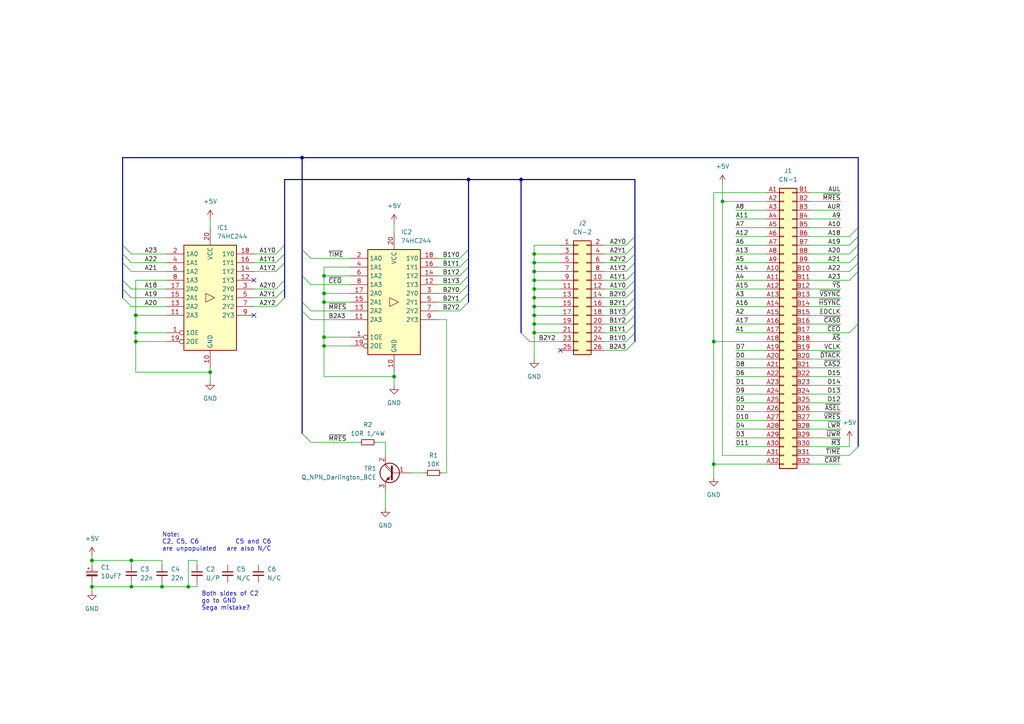
<source format=kicad_sch>
(kicad_sch (version 20230121) (generator eeschema)

  (uuid 199264d1-07d3-41eb-9f69-53f6d8271686)

  (paper "A4")

  (lib_symbols
    (symbol "74xx:74HC244" (in_bom yes) (on_board yes)
      (property "Reference" "U" (at -7.62 16.51 0)
        (effects (font (size 1.27 1.27)))
      )
      (property "Value" "74HC244" (at -7.62 -16.51 0)
        (effects (font (size 1.27 1.27)))
      )
      (property "Footprint" "" (at 0 0 0)
        (effects (font (size 1.27 1.27)) hide)
      )
      (property "Datasheet" "https://assets.nexperia.com/documents/data-sheet/74HC_HCT244.pdf" (at 0 0 0)
        (effects (font (size 1.27 1.27)) hide)
      )
      (property "ki_keywords" "HCMOS BUFFER 3State" (at 0 0 0)
        (effects (font (size 1.27 1.27)) hide)
      )
      (property "ki_description" "8-bit Buffer/Line Driver 3-state" (at 0 0 0)
        (effects (font (size 1.27 1.27)) hide)
      )
      (property "ki_fp_filters" "TSSOP*4.4x6.5mm*P0.65mm* SSOP*4.4x6.5mm*P0.65mm*" (at 0 0 0)
        (effects (font (size 1.27 1.27)) hide)
      )
      (symbol "74HC244_1_0"
        (polyline
          (pts
            (xy 1.27 0)
            (xy -1.27 1.27)
            (xy -1.27 -1.27)
            (xy 1.27 0)
          )
          (stroke (width 0.1524) (type default))
          (fill (type none))
        )
        (pin input inverted (at -12.7 -10.16 0) (length 5.08)
          (name "1OE" (effects (font (size 1.27 1.27))))
          (number "1" (effects (font (size 1.27 1.27))))
        )
        (pin power_in line (at 0 -20.32 90) (length 5.08)
          (name "GND" (effects (font (size 1.27 1.27))))
          (number "10" (effects (font (size 1.27 1.27))))
        )
        (pin input line (at -12.7 -5.08 0) (length 5.08)
          (name "2A3" (effects (font (size 1.27 1.27))))
          (number "11" (effects (font (size 1.27 1.27))))
        )
        (pin tri_state line (at 12.7 5.08 180) (length 5.08)
          (name "1Y3" (effects (font (size 1.27 1.27))))
          (number "12" (effects (font (size 1.27 1.27))))
        )
        (pin input line (at -12.7 -2.54 0) (length 5.08)
          (name "2A2" (effects (font (size 1.27 1.27))))
          (number "13" (effects (font (size 1.27 1.27))))
        )
        (pin tri_state line (at 12.7 7.62 180) (length 5.08)
          (name "1Y2" (effects (font (size 1.27 1.27))))
          (number "14" (effects (font (size 1.27 1.27))))
        )
        (pin input line (at -12.7 0 0) (length 5.08)
          (name "2A1" (effects (font (size 1.27 1.27))))
          (number "15" (effects (font (size 1.27 1.27))))
        )
        (pin tri_state line (at 12.7 10.16 180) (length 5.08)
          (name "1Y1" (effects (font (size 1.27 1.27))))
          (number "16" (effects (font (size 1.27 1.27))))
        )
        (pin input line (at -12.7 2.54 0) (length 5.08)
          (name "2A0" (effects (font (size 1.27 1.27))))
          (number "17" (effects (font (size 1.27 1.27))))
        )
        (pin tri_state line (at 12.7 12.7 180) (length 5.08)
          (name "1Y0" (effects (font (size 1.27 1.27))))
          (number "18" (effects (font (size 1.27 1.27))))
        )
        (pin input inverted (at -12.7 -12.7 0) (length 5.08)
          (name "2OE" (effects (font (size 1.27 1.27))))
          (number "19" (effects (font (size 1.27 1.27))))
        )
        (pin input line (at -12.7 12.7 0) (length 5.08)
          (name "1A0" (effects (font (size 1.27 1.27))))
          (number "2" (effects (font (size 1.27 1.27))))
        )
        (pin power_in line (at 0 20.32 270) (length 5.08)
          (name "VCC" (effects (font (size 1.27 1.27))))
          (number "20" (effects (font (size 1.27 1.27))))
        )
        (pin tri_state line (at 12.7 2.54 180) (length 5.08)
          (name "2Y0" (effects (font (size 1.27 1.27))))
          (number "3" (effects (font (size 1.27 1.27))))
        )
        (pin input line (at -12.7 10.16 0) (length 5.08)
          (name "1A1" (effects (font (size 1.27 1.27))))
          (number "4" (effects (font (size 1.27 1.27))))
        )
        (pin tri_state line (at 12.7 0 180) (length 5.08)
          (name "2Y1" (effects (font (size 1.27 1.27))))
          (number "5" (effects (font (size 1.27 1.27))))
        )
        (pin input line (at -12.7 7.62 0) (length 5.08)
          (name "1A2" (effects (font (size 1.27 1.27))))
          (number "6" (effects (font (size 1.27 1.27))))
        )
        (pin tri_state line (at 12.7 -2.54 180) (length 5.08)
          (name "2Y2" (effects (font (size 1.27 1.27))))
          (number "7" (effects (font (size 1.27 1.27))))
        )
        (pin input line (at -12.7 5.08 0) (length 5.08)
          (name "1A3" (effects (font (size 1.27 1.27))))
          (number "8" (effects (font (size 1.27 1.27))))
        )
        (pin tri_state line (at 12.7 -5.08 180) (length 5.08)
          (name "2Y3" (effects (font (size 1.27 1.27))))
          (number "9" (effects (font (size 1.27 1.27))))
        )
      )
      (symbol "74HC244_1_1"
        (rectangle (start -7.62 15.24) (end 7.62 -15.24)
          (stroke (width 0.254) (type default))
          (fill (type background))
        )
      )
    )
    (symbol "Connector_Generic:Conn_02x13_Odd_Even" (pin_names (offset 1.016) hide) (in_bom yes) (on_board yes)
      (property "Reference" "J" (at 1.27 17.78 0)
        (effects (font (size 1.27 1.27)))
      )
      (property "Value" "Conn_02x13_Odd_Even" (at 1.27 -17.78 0)
        (effects (font (size 1.27 1.27)))
      )
      (property "Footprint" "" (at 0 0 0)
        (effects (font (size 1.27 1.27)) hide)
      )
      (property "Datasheet" "~" (at 0 0 0)
        (effects (font (size 1.27 1.27)) hide)
      )
      (property "ki_keywords" "connector" (at 0 0 0)
        (effects (font (size 1.27 1.27)) hide)
      )
      (property "ki_description" "Generic connector, double row, 02x13, odd/even pin numbering scheme (row 1 odd numbers, row 2 even numbers), script generated (kicad-library-utils/schlib/autogen/connector/)" (at 0 0 0)
        (effects (font (size 1.27 1.27)) hide)
      )
      (property "ki_fp_filters" "Connector*:*_2x??_*" (at 0 0 0)
        (effects (font (size 1.27 1.27)) hide)
      )
      (symbol "Conn_02x13_Odd_Even_1_1"
        (rectangle (start -1.27 -15.113) (end 0 -15.367)
          (stroke (width 0.1524) (type default))
          (fill (type none))
        )
        (rectangle (start -1.27 -12.573) (end 0 -12.827)
          (stroke (width 0.1524) (type default))
          (fill (type none))
        )
        (rectangle (start -1.27 -10.033) (end 0 -10.287)
          (stroke (width 0.1524) (type default))
          (fill (type none))
        )
        (rectangle (start -1.27 -7.493) (end 0 -7.747)
          (stroke (width 0.1524) (type default))
          (fill (type none))
        )
        (rectangle (start -1.27 -4.953) (end 0 -5.207)
          (stroke (width 0.1524) (type default))
          (fill (type none))
        )
        (rectangle (start -1.27 -2.413) (end 0 -2.667)
          (stroke (width 0.1524) (type default))
          (fill (type none))
        )
        (rectangle (start -1.27 0.127) (end 0 -0.127)
          (stroke (width 0.1524) (type default))
          (fill (type none))
        )
        (rectangle (start -1.27 2.667) (end 0 2.413)
          (stroke (width 0.1524) (type default))
          (fill (type none))
        )
        (rectangle (start -1.27 5.207) (end 0 4.953)
          (stroke (width 0.1524) (type default))
          (fill (type none))
        )
        (rectangle (start -1.27 7.747) (end 0 7.493)
          (stroke (width 0.1524) (type default))
          (fill (type none))
        )
        (rectangle (start -1.27 10.287) (end 0 10.033)
          (stroke (width 0.1524) (type default))
          (fill (type none))
        )
        (rectangle (start -1.27 12.827) (end 0 12.573)
          (stroke (width 0.1524) (type default))
          (fill (type none))
        )
        (rectangle (start -1.27 15.367) (end 0 15.113)
          (stroke (width 0.1524) (type default))
          (fill (type none))
        )
        (rectangle (start -1.27 16.51) (end 3.81 -16.51)
          (stroke (width 0.254) (type default))
          (fill (type background))
        )
        (rectangle (start 3.81 -15.113) (end 2.54 -15.367)
          (stroke (width 0.1524) (type default))
          (fill (type none))
        )
        (rectangle (start 3.81 -12.573) (end 2.54 -12.827)
          (stroke (width 0.1524) (type default))
          (fill (type none))
        )
        (rectangle (start 3.81 -10.033) (end 2.54 -10.287)
          (stroke (width 0.1524) (type default))
          (fill (type none))
        )
        (rectangle (start 3.81 -7.493) (end 2.54 -7.747)
          (stroke (width 0.1524) (type default))
          (fill (type none))
        )
        (rectangle (start 3.81 -4.953) (end 2.54 -5.207)
          (stroke (width 0.1524) (type default))
          (fill (type none))
        )
        (rectangle (start 3.81 -2.413) (end 2.54 -2.667)
          (stroke (width 0.1524) (type default))
          (fill (type none))
        )
        (rectangle (start 3.81 0.127) (end 2.54 -0.127)
          (stroke (width 0.1524) (type default))
          (fill (type none))
        )
        (rectangle (start 3.81 2.667) (end 2.54 2.413)
          (stroke (width 0.1524) (type default))
          (fill (type none))
        )
        (rectangle (start 3.81 5.207) (end 2.54 4.953)
          (stroke (width 0.1524) (type default))
          (fill (type none))
        )
        (rectangle (start 3.81 7.747) (end 2.54 7.493)
          (stroke (width 0.1524) (type default))
          (fill (type none))
        )
        (rectangle (start 3.81 10.287) (end 2.54 10.033)
          (stroke (width 0.1524) (type default))
          (fill (type none))
        )
        (rectangle (start 3.81 12.827) (end 2.54 12.573)
          (stroke (width 0.1524) (type default))
          (fill (type none))
        )
        (rectangle (start 3.81 15.367) (end 2.54 15.113)
          (stroke (width 0.1524) (type default))
          (fill (type none))
        )
        (pin passive line (at -5.08 15.24 0) (length 3.81)
          (name "Pin_1" (effects (font (size 1.27 1.27))))
          (number "1" (effects (font (size 1.27 1.27))))
        )
        (pin passive line (at 7.62 5.08 180) (length 3.81)
          (name "Pin_10" (effects (font (size 1.27 1.27))))
          (number "10" (effects (font (size 1.27 1.27))))
        )
        (pin passive line (at -5.08 2.54 0) (length 3.81)
          (name "Pin_11" (effects (font (size 1.27 1.27))))
          (number "11" (effects (font (size 1.27 1.27))))
        )
        (pin passive line (at 7.62 2.54 180) (length 3.81)
          (name "Pin_12" (effects (font (size 1.27 1.27))))
          (number "12" (effects (font (size 1.27 1.27))))
        )
        (pin passive line (at -5.08 0 0) (length 3.81)
          (name "Pin_13" (effects (font (size 1.27 1.27))))
          (number "13" (effects (font (size 1.27 1.27))))
        )
        (pin passive line (at 7.62 0 180) (length 3.81)
          (name "Pin_14" (effects (font (size 1.27 1.27))))
          (number "14" (effects (font (size 1.27 1.27))))
        )
        (pin passive line (at -5.08 -2.54 0) (length 3.81)
          (name "Pin_15" (effects (font (size 1.27 1.27))))
          (number "15" (effects (font (size 1.27 1.27))))
        )
        (pin passive line (at 7.62 -2.54 180) (length 3.81)
          (name "Pin_16" (effects (font (size 1.27 1.27))))
          (number "16" (effects (font (size 1.27 1.27))))
        )
        (pin passive line (at -5.08 -5.08 0) (length 3.81)
          (name "Pin_17" (effects (font (size 1.27 1.27))))
          (number "17" (effects (font (size 1.27 1.27))))
        )
        (pin passive line (at 7.62 -5.08 180) (length 3.81)
          (name "Pin_18" (effects (font (size 1.27 1.27))))
          (number "18" (effects (font (size 1.27 1.27))))
        )
        (pin passive line (at -5.08 -7.62 0) (length 3.81)
          (name "Pin_19" (effects (font (size 1.27 1.27))))
          (number "19" (effects (font (size 1.27 1.27))))
        )
        (pin passive line (at 7.62 15.24 180) (length 3.81)
          (name "Pin_2" (effects (font (size 1.27 1.27))))
          (number "2" (effects (font (size 1.27 1.27))))
        )
        (pin passive line (at 7.62 -7.62 180) (length 3.81)
          (name "Pin_20" (effects (font (size 1.27 1.27))))
          (number "20" (effects (font (size 1.27 1.27))))
        )
        (pin passive line (at -5.08 -10.16 0) (length 3.81)
          (name "Pin_21" (effects (font (size 1.27 1.27))))
          (number "21" (effects (font (size 1.27 1.27))))
        )
        (pin passive line (at 7.62 -10.16 180) (length 3.81)
          (name "Pin_22" (effects (font (size 1.27 1.27))))
          (number "22" (effects (font (size 1.27 1.27))))
        )
        (pin passive line (at -5.08 -12.7 0) (length 3.81)
          (name "Pin_23" (effects (font (size 1.27 1.27))))
          (number "23" (effects (font (size 1.27 1.27))))
        )
        (pin passive line (at 7.62 -12.7 180) (length 3.81)
          (name "Pin_24" (effects (font (size 1.27 1.27))))
          (number "24" (effects (font (size 1.27 1.27))))
        )
        (pin passive line (at -5.08 -15.24 0) (length 3.81)
          (name "Pin_25" (effects (font (size 1.27 1.27))))
          (number "25" (effects (font (size 1.27 1.27))))
        )
        (pin passive line (at 7.62 -15.24 180) (length 3.81)
          (name "Pin_26" (effects (font (size 1.27 1.27))))
          (number "26" (effects (font (size 1.27 1.27))))
        )
        (pin passive line (at -5.08 12.7 0) (length 3.81)
          (name "Pin_3" (effects (font (size 1.27 1.27))))
          (number "3" (effects (font (size 1.27 1.27))))
        )
        (pin passive line (at 7.62 12.7 180) (length 3.81)
          (name "Pin_4" (effects (font (size 1.27 1.27))))
          (number "4" (effects (font (size 1.27 1.27))))
        )
        (pin passive line (at -5.08 10.16 0) (length 3.81)
          (name "Pin_5" (effects (font (size 1.27 1.27))))
          (number "5" (effects (font (size 1.27 1.27))))
        )
        (pin passive line (at 7.62 10.16 180) (length 3.81)
          (name "Pin_6" (effects (font (size 1.27 1.27))))
          (number "6" (effects (font (size 1.27 1.27))))
        )
        (pin passive line (at -5.08 7.62 0) (length 3.81)
          (name "Pin_7" (effects (font (size 1.27 1.27))))
          (number "7" (effects (font (size 1.27 1.27))))
        )
        (pin passive line (at 7.62 7.62 180) (length 3.81)
          (name "Pin_8" (effects (font (size 1.27 1.27))))
          (number "8" (effects (font (size 1.27 1.27))))
        )
        (pin passive line (at -5.08 5.08 0) (length 3.81)
          (name "Pin_9" (effects (font (size 1.27 1.27))))
          (number "9" (effects (font (size 1.27 1.27))))
        )
      )
    )
    (symbol "Connector_Generic:Conn_02x32_Row_Letter_First" (pin_names (offset 1.016) hide) (in_bom yes) (on_board yes)
      (property "Reference" "J1" (at 1.27 44.45 0)
        (effects (font (size 1.27 1.27)))
      )
      (property "Value" "CN-1" (at 1.27 41.91 0)
        (effects (font (size 1.27 1.27)))
      )
      (property "Footprint" "db-smt:GENESIS-EDGE" (at 0 0 0)
        (effects (font (size 1.27 1.27)) hide)
      )
      (property "Datasheet" "~" (at 0 0 0)
        (effects (font (size 1.27 1.27)) hide)
      )
      (property "ki_keywords" "connector" (at 0 0 0)
        (effects (font (size 1.27 1.27)) hide)
      )
      (property "ki_description" "Generic connector, double row, 02x32, row letter first pin numbering scheme (pin number consists of a letter for the row and a number for the pin index in this row. a1, ..., aN; b1, ..., bN), script generated (kicad-library-utils/schlib/autogen/connector/)" (at 0 0 0)
        (effects (font (size 1.27 1.27)) hide)
      )
      (property "ki_fp_filters" "Connector*:*_2x??_*" (at 0 0 0)
        (effects (font (size 1.27 1.27)) hide)
      )
      (symbol "Conn_02x32_Row_Letter_First_1_1"
        (rectangle (start -1.27 -40.513) (end 0 -40.767)
          (stroke (width 0.1524) (type default))
          (fill (type none))
        )
        (rectangle (start -1.27 -37.973) (end 0 -38.227)
          (stroke (width 0.1524) (type default))
          (fill (type none))
        )
        (rectangle (start -1.27 -35.433) (end 0 -35.687)
          (stroke (width 0.1524) (type default))
          (fill (type none))
        )
        (rectangle (start -1.27 -32.893) (end 0 -33.147)
          (stroke (width 0.1524) (type default))
          (fill (type none))
        )
        (rectangle (start -1.27 -30.353) (end 0 -30.607)
          (stroke (width 0.1524) (type default))
          (fill (type none))
        )
        (rectangle (start -1.27 -27.813) (end 0 -28.067)
          (stroke (width 0.1524) (type default))
          (fill (type none))
        )
        (rectangle (start -1.27 -25.273) (end 0 -25.527)
          (stroke (width 0.1524) (type default))
          (fill (type none))
        )
        (rectangle (start -1.27 -22.733) (end 0 -22.987)
          (stroke (width 0.1524) (type default))
          (fill (type none))
        )
        (rectangle (start -1.27 -20.193) (end 0 -20.447)
          (stroke (width 0.1524) (type default))
          (fill (type none))
        )
        (rectangle (start -1.27 -17.653) (end 0 -17.907)
          (stroke (width 0.1524) (type default))
          (fill (type none))
        )
        (rectangle (start -1.27 -15.113) (end 0 -15.367)
          (stroke (width 0.1524) (type default))
          (fill (type none))
        )
        (rectangle (start -1.27 -12.573) (end 0 -12.827)
          (stroke (width 0.1524) (type default))
          (fill (type none))
        )
        (rectangle (start -1.27 -10.033) (end 0 -10.287)
          (stroke (width 0.1524) (type default))
          (fill (type none))
        )
        (rectangle (start -1.27 -7.493) (end 0 -7.747)
          (stroke (width 0.1524) (type default))
          (fill (type none))
        )
        (rectangle (start -1.27 -4.953) (end 0 -5.207)
          (stroke (width 0.1524) (type default))
          (fill (type none))
        )
        (rectangle (start -1.27 -2.413) (end 0 -2.667)
          (stroke (width 0.1524) (type default))
          (fill (type none))
        )
        (rectangle (start -1.27 0.127) (end 0 -0.127)
          (stroke (width 0.1524) (type default))
          (fill (type none))
        )
        (rectangle (start -1.27 2.667) (end 0 2.413)
          (stroke (width 0.1524) (type default))
          (fill (type none))
        )
        (rectangle (start -1.27 5.207) (end 0 4.953)
          (stroke (width 0.1524) (type default))
          (fill (type none))
        )
        (rectangle (start -1.27 7.747) (end 0 7.493)
          (stroke (width 0.1524) (type default))
          (fill (type none))
        )
        (rectangle (start -1.27 10.287) (end 0 10.033)
          (stroke (width 0.1524) (type default))
          (fill (type none))
        )
        (rectangle (start -1.27 12.827) (end 0 12.573)
          (stroke (width 0.1524) (type default))
          (fill (type none))
        )
        (rectangle (start -1.27 15.367) (end 0 15.113)
          (stroke (width 0.1524) (type default))
          (fill (type none))
        )
        (rectangle (start -1.27 17.907) (end 0 17.653)
          (stroke (width 0.1524) (type default))
          (fill (type none))
        )
        (rectangle (start -1.27 20.447) (end 0 20.193)
          (stroke (width 0.1524) (type default))
          (fill (type none))
        )
        (rectangle (start -1.27 22.987) (end 0 22.733)
          (stroke (width 0.1524) (type default))
          (fill (type none))
        )
        (rectangle (start -1.27 25.527) (end 0 25.273)
          (stroke (width 0.1524) (type default))
          (fill (type none))
        )
        (rectangle (start -1.27 28.067) (end 0 27.813)
          (stroke (width 0.1524) (type default))
          (fill (type none))
        )
        (rectangle (start -1.27 30.607) (end 0 30.353)
          (stroke (width 0.1524) (type default))
          (fill (type none))
        )
        (rectangle (start -1.27 33.147) (end 0 32.893)
          (stroke (width 0.1524) (type default))
          (fill (type none))
        )
        (rectangle (start -1.27 35.687) (end 0 35.433)
          (stroke (width 0.1524) (type default))
          (fill (type none))
        )
        (rectangle (start -1.27 38.227) (end 0 37.973)
          (stroke (width 0.1524) (type default))
          (fill (type none))
        )
        (rectangle (start -1.27 39.37) (end 3.81 -41.91)
          (stroke (width 0.254) (type default))
          (fill (type background))
        )
        (rectangle (start 3.81 -40.513) (end 2.54 -40.767)
          (stroke (width 0.1524) (type default))
          (fill (type none))
        )
        (rectangle (start 3.81 -37.973) (end 2.54 -38.227)
          (stroke (width 0.1524) (type default))
          (fill (type none))
        )
        (rectangle (start 3.81 -35.433) (end 2.54 -35.687)
          (stroke (width 0.1524) (type default))
          (fill (type none))
        )
        (rectangle (start 3.81 -32.893) (end 2.54 -33.147)
          (stroke (width 0.1524) (type default))
          (fill (type none))
        )
        (rectangle (start 3.81 -30.353) (end 2.54 -30.607)
          (stroke (width 0.1524) (type default))
          (fill (type none))
        )
        (rectangle (start 3.81 -27.813) (end 2.54 -28.067)
          (stroke (width 0.1524) (type default))
          (fill (type none))
        )
        (rectangle (start 3.81 -25.273) (end 2.54 -25.527)
          (stroke (width 0.1524) (type default))
          (fill (type none))
        )
        (rectangle (start 3.81 -22.733) (end 2.54 -22.987)
          (stroke (width 0.1524) (type default))
          (fill (type none))
        )
        (rectangle (start 3.81 -20.193) (end 2.54 -20.447)
          (stroke (width 0.1524) (type default))
          (fill (type none))
        )
        (rectangle (start 3.81 -17.653) (end 2.54 -17.907)
          (stroke (width 0.1524) (type default))
          (fill (type none))
        )
        (rectangle (start 3.81 -15.113) (end 2.54 -15.367)
          (stroke (width 0.1524) (type default))
          (fill (type none))
        )
        (rectangle (start 3.81 -12.573) (end 2.54 -12.827)
          (stroke (width 0.1524) (type default))
          (fill (type none))
        )
        (rectangle (start 3.81 -10.033) (end 2.54 -10.287)
          (stroke (width 0.1524) (type default))
          (fill (type none))
        )
        (rectangle (start 3.81 -7.493) (end 2.54 -7.747)
          (stroke (width 0.1524) (type default))
          (fill (type none))
        )
        (rectangle (start 3.81 -4.953) (end 2.54 -5.207)
          (stroke (width 0.1524) (type default))
          (fill (type none))
        )
        (rectangle (start 3.81 -2.413) (end 2.54 -2.667)
          (stroke (width 0.1524) (type default))
          (fill (type none))
        )
        (rectangle (start 3.81 0.127) (end 2.54 -0.127)
          (stroke (width 0.1524) (type default))
          (fill (type none))
        )
        (rectangle (start 3.81 2.667) (end 2.54 2.413)
          (stroke (width 0.1524) (type default))
          (fill (type none))
        )
        (rectangle (start 3.81 5.207) (end 2.54 4.953)
          (stroke (width 0.1524) (type default))
          (fill (type none))
        )
        (rectangle (start 3.81 7.747) (end 2.54 7.493)
          (stroke (width 0.1524) (type default))
          (fill (type none))
        )
        (rectangle (start 3.81 10.287) (end 2.54 10.033)
          (stroke (width 0.1524) (type default))
          (fill (type none))
        )
        (rectangle (start 3.81 12.827) (end 2.54 12.573)
          (stroke (width 0.1524) (type default))
          (fill (type none))
        )
        (rectangle (start 3.81 15.367) (end 2.54 15.113)
          (stroke (width 0.1524) (type default))
          (fill (type none))
        )
        (rectangle (start 3.81 17.907) (end 2.54 17.653)
          (stroke (width 0.1524) (type default))
          (fill (type none))
        )
        (rectangle (start 3.81 20.447) (end 2.54 20.193)
          (stroke (width 0.1524) (type default))
          (fill (type none))
        )
        (rectangle (start 3.81 22.987) (end 2.54 22.733)
          (stroke (width 0.1524) (type default))
          (fill (type none))
        )
        (rectangle (start 3.81 25.527) (end 2.54 25.273)
          (stroke (width 0.1524) (type default))
          (fill (type none))
        )
        (rectangle (start 3.81 28.067) (end 2.54 27.813)
          (stroke (width 0.1524) (type default))
          (fill (type none))
        )
        (rectangle (start 3.81 30.607) (end 2.54 30.353)
          (stroke (width 0.1524) (type default))
          (fill (type none))
        )
        (rectangle (start 3.81 33.147) (end 2.54 32.893)
          (stroke (width 0.1524) (type default))
          (fill (type none))
        )
        (rectangle (start 3.81 35.687) (end 2.54 35.433)
          (stroke (width 0.1524) (type default))
          (fill (type none))
        )
        (rectangle (start 3.81 38.227) (end 2.54 37.973)
          (stroke (width 0.1524) (type default))
          (fill (type none))
        )
        (pin passive line (at -5.08 38.1 0) (length 3.81)
          (name "Pin_a1" (effects (font (size 1.27 1.27))))
          (number "A1" (effects (font (size 1.27 1.27))))
        )
        (pin passive line (at -5.08 15.24 0) (length 3.81)
          (name "Pin_a10" (effects (font (size 1.27 1.27))))
          (number "A10" (effects (font (size 1.27 1.27))))
        )
        (pin passive line (at -5.08 12.7 0) (length 3.81)
          (name "Pin_a11" (effects (font (size 1.27 1.27))))
          (number "A11" (effects (font (size 1.27 1.27))))
        )
        (pin passive line (at -5.08 10.16 0) (length 3.81)
          (name "Pin_a12" (effects (font (size 1.27 1.27))))
          (number "A12" (effects (font (size 1.27 1.27))))
        )
        (pin passive line (at -5.08 7.62 0) (length 3.81)
          (name "Pin_a13" (effects (font (size 1.27 1.27))))
          (number "A13" (effects (font (size 1.27 1.27))))
        )
        (pin passive line (at -5.08 5.08 0) (length 3.81)
          (name "Pin_a14" (effects (font (size 1.27 1.27))))
          (number "A14" (effects (font (size 1.27 1.27))))
        )
        (pin passive line (at -5.08 2.54 0) (length 3.81)
          (name "Pin_a15" (effects (font (size 1.27 1.27))))
          (number "A15" (effects (font (size 1.27 1.27))))
        )
        (pin passive line (at -5.08 0 0) (length 3.81)
          (name "Pin_a16" (effects (font (size 1.27 1.27))))
          (number "A16" (effects (font (size 1.27 1.27))))
        )
        (pin passive line (at -5.08 -2.54 0) (length 3.81)
          (name "Pin_a17" (effects (font (size 1.27 1.27))))
          (number "A17" (effects (font (size 1.27 1.27))))
        )
        (pin passive line (at -5.08 -5.08 0) (length 3.81)
          (name "Pin_a18" (effects (font (size 1.27 1.27))))
          (number "A18" (effects (font (size 1.27 1.27))))
        )
        (pin passive line (at -5.08 -7.62 0) (length 3.81)
          (name "Pin_a19" (effects (font (size 1.27 1.27))))
          (number "A19" (effects (font (size 1.27 1.27))))
        )
        (pin passive line (at -5.08 35.56 0) (length 3.81)
          (name "Pin_a2" (effects (font (size 1.27 1.27))))
          (number "A2" (effects (font (size 1.27 1.27))))
        )
        (pin passive line (at -5.08 -10.16 0) (length 3.81)
          (name "Pin_a20" (effects (font (size 1.27 1.27))))
          (number "A20" (effects (font (size 1.27 1.27))))
        )
        (pin passive line (at -5.08 -12.7 0) (length 3.81)
          (name "Pin_a21" (effects (font (size 1.27 1.27))))
          (number "A21" (effects (font (size 1.27 1.27))))
        )
        (pin passive line (at -5.08 -15.24 0) (length 3.81)
          (name "Pin_a22" (effects (font (size 1.27 1.27))))
          (number "A22" (effects (font (size 1.27 1.27))))
        )
        (pin passive line (at -5.08 -17.78 0) (length 3.81)
          (name "Pin_a23" (effects (font (size 1.27 1.27))))
          (number "A23" (effects (font (size 1.27 1.27))))
        )
        (pin passive line (at -5.08 -20.32 0) (length 3.81)
          (name "Pin_a24" (effects (font (size 1.27 1.27))))
          (number "A24" (effects (font (size 1.27 1.27))))
        )
        (pin passive line (at -5.08 -22.86 0) (length 3.81)
          (name "Pin_a25" (effects (font (size 1.27 1.27))))
          (number "A25" (effects (font (size 1.27 1.27))))
        )
        (pin passive line (at -5.08 -25.4 0) (length 3.81)
          (name "Pin_a26" (effects (font (size 1.27 1.27))))
          (number "A26" (effects (font (size 1.27 1.27))))
        )
        (pin passive line (at -5.08 -27.94 0) (length 3.81)
          (name "Pin_a27" (effects (font (size 1.27 1.27))))
          (number "A27" (effects (font (size 1.27 1.27))))
        )
        (pin passive line (at -5.08 -30.48 0) (length 3.81)
          (name "Pin_a28" (effects (font (size 1.27 1.27))))
          (number "A28" (effects (font (size 1.27 1.27))))
        )
        (pin passive line (at -5.08 -33.02 0) (length 3.81)
          (name "Pin_a29" (effects (font (size 1.27 1.27))))
          (number "A29" (effects (font (size 1.27 1.27))))
        )
        (pin passive line (at -5.08 33.02 0) (length 3.81)
          (name "Pin_a3" (effects (font (size 1.27 1.27))))
          (number "A3" (effects (font (size 1.27 1.27))))
        )
        (pin passive line (at -5.08 -35.56 0) (length 3.81)
          (name "Pin_a30" (effects (font (size 1.27 1.27))))
          (number "A30" (effects (font (size 1.27 1.27))))
        )
        (pin passive line (at -5.08 -38.1 0) (length 3.81)
          (name "Pin_a31" (effects (font (size 1.27 1.27))))
          (number "A31" (effects (font (size 1.27 1.27))))
        )
        (pin passive line (at -5.08 -40.64 0) (length 3.81)
          (name "Pin_a32" (effects (font (size 1.27 1.27))))
          (number "A32" (effects (font (size 1.27 1.27))))
        )
        (pin passive line (at -5.08 30.48 0) (length 3.81)
          (name "Pin_a4" (effects (font (size 1.27 1.27))))
          (number "A4" (effects (font (size 1.27 1.27))))
        )
        (pin passive line (at -5.08 27.94 0) (length 3.81)
          (name "Pin_a5" (effects (font (size 1.27 1.27))))
          (number "A5" (effects (font (size 1.27 1.27))))
        )
        (pin passive line (at -5.08 25.4 0) (length 3.81)
          (name "Pin_a6" (effects (font (size 1.27 1.27))))
          (number "A6" (effects (font (size 1.27 1.27))))
        )
        (pin passive line (at -5.08 22.86 0) (length 3.81)
          (name "Pin_a7" (effects (font (size 1.27 1.27))))
          (number "A7" (effects (font (size 1.27 1.27))))
        )
        (pin passive line (at -5.08 20.32 0) (length 3.81)
          (name "Pin_a8" (effects (font (size 1.27 1.27))))
          (number "A8" (effects (font (size 1.27 1.27))))
        )
        (pin passive line (at -5.08 17.78 0) (length 3.81)
          (name "Pin_a9" (effects (font (size 1.27 1.27))))
          (number "A9" (effects (font (size 1.27 1.27))))
        )
        (pin passive line (at 7.62 38.1 180) (length 3.81)
          (name "Pin_b1" (effects (font (size 1.27 1.27))))
          (number "B1" (effects (font (size 1.27 1.27))))
        )
        (pin passive line (at 7.62 15.24 180) (length 3.81)
          (name "Pin_b10" (effects (font (size 1.27 1.27))))
          (number "B10" (effects (font (size 1.27 1.27))))
        )
        (pin passive line (at 7.62 12.7 180) (length 3.81)
          (name "Pin_b11" (effects (font (size 1.27 1.27))))
          (number "B11" (effects (font (size 1.27 1.27))))
        )
        (pin passive line (at 7.62 10.16 180) (length 3.81)
          (name "Pin_b12" (effects (font (size 1.27 1.27))))
          (number "B12" (effects (font (size 1.27 1.27))))
        )
        (pin passive line (at 7.62 7.62 180) (length 3.81)
          (name "Pin_b13" (effects (font (size 1.27 1.27))))
          (number "B13" (effects (font (size 1.27 1.27))))
        )
        (pin passive line (at 7.62 5.08 180) (length 3.81)
          (name "Pin_b14" (effects (font (size 1.27 1.27))))
          (number "B14" (effects (font (size 1.27 1.27))))
        )
        (pin passive line (at 7.62 2.54 180) (length 3.81)
          (name "Pin_b15" (effects (font (size 1.27 1.27))))
          (number "B15" (effects (font (size 1.27 1.27))))
        )
        (pin passive line (at 7.62 0 180) (length 3.81)
          (name "Pin_b16" (effects (font (size 1.27 1.27))))
          (number "B16" (effects (font (size 1.27 1.27))))
        )
        (pin passive line (at 7.62 -2.54 180) (length 3.81)
          (name "Pin_b17" (effects (font (size 1.27 1.27))))
          (number "B17" (effects (font (size 1.27 1.27))))
        )
        (pin passive line (at 7.62 -5.08 180) (length 3.81)
          (name "Pin_b18" (effects (font (size 1.27 1.27))))
          (number "B18" (effects (font (size 1.27 1.27))))
        )
        (pin passive line (at 7.62 -7.62 180) (length 3.81)
          (name "Pin_b19" (effects (font (size 1.27 1.27))))
          (number "B19" (effects (font (size 1.27 1.27))))
        )
        (pin passive line (at 7.62 35.56 180) (length 3.81)
          (name "Pin_b2" (effects (font (size 1.27 1.27))))
          (number "B2" (effects (font (size 1.27 1.27))))
        )
        (pin passive line (at 7.62 -10.16 180) (length 3.81)
          (name "Pin_b20" (effects (font (size 1.27 1.27))))
          (number "B20" (effects (font (size 1.27 1.27))))
        )
        (pin passive line (at 7.62 -12.7 180) (length 3.81)
          (name "Pin_b21" (effects (font (size 1.27 1.27))))
          (number "B21" (effects (font (size 1.27 1.27))))
        )
        (pin passive line (at 7.62 -15.24 180) (length 3.81)
          (name "Pin_b22" (effects (font (size 1.27 1.27))))
          (number "B22" (effects (font (size 1.27 1.27))))
        )
        (pin passive line (at 7.62 -17.78 180) (length 3.81)
          (name "Pin_b23" (effects (font (size 1.27 1.27))))
          (number "B23" (effects (font (size 1.27 1.27))))
        )
        (pin passive line (at 7.62 -20.32 180) (length 3.81)
          (name "Pin_b24" (effects (font (size 1.27 1.27))))
          (number "B24" (effects (font (size 1.27 1.27))))
        )
        (pin passive line (at 7.62 -22.86 180) (length 3.81)
          (name "Pin_b25" (effects (font (size 1.27 1.27))))
          (number "B25" (effects (font (size 1.27 1.27))))
        )
        (pin passive line (at 7.62 -25.4 180) (length 3.81)
          (name "Pin_b26" (effects (font (size 1.27 1.27))))
          (number "B26" (effects (font (size 1.27 1.27))))
        )
        (pin passive line (at 7.62 -27.94 180) (length 3.81)
          (name "Pin_b27" (effects (font (size 1.27 1.27))))
          (number "B27" (effects (font (size 1.27 1.27))))
        )
        (pin passive line (at 7.62 -30.48 180) (length 3.81)
          (name "Pin_b28" (effects (font (size 1.27 1.27))))
          (number "B28" (effects (font (size 1.27 1.27))))
        )
        (pin passive line (at 7.62 -33.02 180) (length 3.81)
          (name "Pin_b29" (effects (font (size 1.27 1.27))))
          (number "B29" (effects (font (size 1.27 1.27))))
        )
        (pin passive line (at 7.62 33.02 180) (length 3.81)
          (name "Pin_b3" (effects (font (size 1.27 1.27))))
          (number "B3" (effects (font (size 1.27 1.27))))
        )
        (pin passive line (at 7.62 -35.56 180) (length 3.81)
          (name "Pin_b30" (effects (font (size 1.27 1.27))))
          (number "B30" (effects (font (size 1.27 1.27))))
        )
        (pin passive line (at 7.62 -38.1 180) (length 3.81)
          (name "Pin_b31" (effects (font (size 1.27 1.27))))
          (number "B31" (effects (font (size 1.27 1.27))))
        )
        (pin passive line (at 7.62 -40.64 180) (length 3.81)
          (name "Pin_b32" (effects (font (size 1.27 1.27))))
          (number "B32" (effects (font (size 1.27 1.27))))
        )
        (pin passive line (at 7.62 30.48 180) (length 3.81)
          (name "Pin_b4" (effects (font (size 1.27 1.27))))
          (number "B4" (effects (font (size 1.27 1.27))))
        )
        (pin passive line (at 7.62 27.94 180) (length 3.81)
          (name "Pin_b5" (effects (font (size 1.27 1.27))))
          (number "B5" (effects (font (size 1.27 1.27))))
        )
        (pin passive line (at 7.62 25.4 180) (length 3.81)
          (name "Pin_b6" (effects (font (size 1.27 1.27))))
          (number "B6" (effects (font (size 1.27 1.27))))
        )
        (pin passive line (at 7.62 22.86 180) (length 3.81)
          (name "Pin_b7" (effects (font (size 1.27 1.27))))
          (number "B7" (effects (font (size 1.27 1.27))))
        )
        (pin passive line (at 7.62 20.32 180) (length 3.81)
          (name "Pin_b8" (effects (font (size 1.27 1.27))))
          (number "B8" (effects (font (size 1.27 1.27))))
        )
        (pin passive line (at 7.62 17.78 180) (length 3.81)
          (name "Pin_b9" (effects (font (size 1.27 1.27))))
          (number "B9" (effects (font (size 1.27 1.27))))
        )
      )
    )
    (symbol "Device:C_Polarized_Small" (pin_numbers hide) (pin_names (offset 0.254) hide) (in_bom yes) (on_board yes)
      (property "Reference" "C" (at 0.254 1.778 0)
        (effects (font (size 1.27 1.27)) (justify left))
      )
      (property "Value" "C_Polarized_Small" (at 0.254 -2.032 0)
        (effects (font (size 1.27 1.27)) (justify left))
      )
      (property "Footprint" "" (at 0 0 0)
        (effects (font (size 1.27 1.27)) hide)
      )
      (property "Datasheet" "~" (at 0 0 0)
        (effects (font (size 1.27 1.27)) hide)
      )
      (property "ki_keywords" "cap capacitor" (at 0 0 0)
        (effects (font (size 1.27 1.27)) hide)
      )
      (property "ki_description" "Polarized capacitor, small symbol" (at 0 0 0)
        (effects (font (size 1.27 1.27)) hide)
      )
      (property "ki_fp_filters" "CP_*" (at 0 0 0)
        (effects (font (size 1.27 1.27)) hide)
      )
      (symbol "C_Polarized_Small_0_1"
        (rectangle (start -1.524 -0.3048) (end 1.524 -0.6858)
          (stroke (width 0) (type default))
          (fill (type outline))
        )
        (rectangle (start -1.524 0.6858) (end 1.524 0.3048)
          (stroke (width 0) (type default))
          (fill (type none))
        )
        (polyline
          (pts
            (xy -1.27 1.524)
            (xy -0.762 1.524)
          )
          (stroke (width 0) (type default))
          (fill (type none))
        )
        (polyline
          (pts
            (xy -1.016 1.27)
            (xy -1.016 1.778)
          )
          (stroke (width 0) (type default))
          (fill (type none))
        )
      )
      (symbol "C_Polarized_Small_1_1"
        (pin passive line (at 0 2.54 270) (length 1.8542)
          (name "~" (effects (font (size 1.27 1.27))))
          (number "1" (effects (font (size 1.27 1.27))))
        )
        (pin passive line (at 0 -2.54 90) (length 1.8542)
          (name "~" (effects (font (size 1.27 1.27))))
          (number "2" (effects (font (size 1.27 1.27))))
        )
      )
    )
    (symbol "Device:C_Small" (pin_numbers hide) (pin_names (offset 0.254) hide) (in_bom yes) (on_board yes)
      (property "Reference" "C" (at 0.254 1.778 0)
        (effects (font (size 1.27 1.27)) (justify left))
      )
      (property "Value" "C_Small" (at 0.254 -2.032 0)
        (effects (font (size 1.27 1.27)) (justify left))
      )
      (property "Footprint" "" (at 0 0 0)
        (effects (font (size 1.27 1.27)) hide)
      )
      (property "Datasheet" "~" (at 0 0 0)
        (effects (font (size 1.27 1.27)) hide)
      )
      (property "ki_keywords" "capacitor cap" (at 0 0 0)
        (effects (font (size 1.27 1.27)) hide)
      )
      (property "ki_description" "Unpolarized capacitor, small symbol" (at 0 0 0)
        (effects (font (size 1.27 1.27)) hide)
      )
      (property "ki_fp_filters" "C_*" (at 0 0 0)
        (effects (font (size 1.27 1.27)) hide)
      )
      (symbol "C_Small_0_1"
        (polyline
          (pts
            (xy -1.524 -0.508)
            (xy 1.524 -0.508)
          )
          (stroke (width 0.3302) (type default))
          (fill (type none))
        )
        (polyline
          (pts
            (xy -1.524 0.508)
            (xy 1.524 0.508)
          )
          (stroke (width 0.3048) (type default))
          (fill (type none))
        )
      )
      (symbol "C_Small_1_1"
        (pin passive line (at 0 2.54 270) (length 2.032)
          (name "~" (effects (font (size 1.27 1.27))))
          (number "1" (effects (font (size 1.27 1.27))))
        )
        (pin passive line (at 0 -2.54 90) (length 2.032)
          (name "~" (effects (font (size 1.27 1.27))))
          (number "2" (effects (font (size 1.27 1.27))))
        )
      )
    )
    (symbol "Device:Q_NPN_Darlington_BCE" (pin_names (offset 0) hide) (in_bom yes) (on_board yes)
      (property "Reference" "Q" (at 4.572 1.27 0)
        (effects (font (size 1.27 1.27)) (justify left))
      )
      (property "Value" "Q_NPN_Darlington_BCE" (at 4.572 -1.27 0)
        (effects (font (size 1.27 1.27)) (justify left))
      )
      (property "Footprint" "" (at 5.08 2.54 0)
        (effects (font (size 1.27 1.27)) hide)
      )
      (property "Datasheet" "~" (at 0 0 0)
        (effects (font (size 1.27 1.27)) hide)
      )
      (property "ki_keywords" "transistor NPN Darlington" (at 0 0 0)
        (effects (font (size 1.27 1.27)) hide)
      )
      (property "ki_description" "NPN Darlington transistor, base/collector/emitter" (at 0 0 0)
        (effects (font (size 1.27 1.27)) hide)
      )
      (symbol "Q_NPN_Darlington_BCE_0_1"
        (polyline
          (pts
            (xy 0.635 0.635)
            (xy 2.54 2.54)
          )
          (stroke (width 0) (type default))
          (fill (type none))
        )
        (polyline
          (pts
            (xy 0.635 -0.635)
            (xy 2.54 -2.54)
            (xy 2.54 -2.54)
          )
          (stroke (width 0) (type default))
          (fill (type none))
        )
        (polyline
          (pts
            (xy 0.635 0)
            (xy 2.54 1.905)
            (xy 2.54 2.54)
          )
          (stroke (width 0) (type default))
          (fill (type none))
        )
        (polyline
          (pts
            (xy 0.635 1.905)
            (xy 0.635 -1.905)
            (xy 0.635 -1.905)
          )
          (stroke (width 0.508) (type default))
          (fill (type none))
        )
        (polyline
          (pts
            (xy 1.27 -1.778)
            (xy 1.778 -1.27)
            (xy 2.286 -2.286)
            (xy 1.27 -1.778)
            (xy 1.27 -1.778)
          )
          (stroke (width 0) (type default))
          (fill (type outline))
        )
        (circle (center 1.27 0) (radius 2.8194)
          (stroke (width 0.254) (type default))
          (fill (type none))
        )
      )
      (symbol "Q_NPN_Darlington_BCE_1_1"
        (pin input line (at -5.08 0 0) (length 5.715)
          (name "B" (effects (font (size 1.27 1.27))))
          (number "1" (effects (font (size 1.27 1.27))))
        )
        (pin passive line (at 2.54 5.08 270) (length 2.54)
          (name "C" (effects (font (size 1.27 1.27))))
          (number "2" (effects (font (size 1.27 1.27))))
        )
        (pin passive line (at 2.54 -5.08 90) (length 2.54)
          (name "E" (effects (font (size 1.27 1.27))))
          (number "3" (effects (font (size 1.27 1.27))))
        )
      )
    )
    (symbol "Device:R_Small" (pin_numbers hide) (pin_names (offset 0.254) hide) (in_bom yes) (on_board yes)
      (property "Reference" "R" (at 0.762 0.508 0)
        (effects (font (size 1.27 1.27)) (justify left))
      )
      (property "Value" "R_Small" (at 0.762 -1.016 0)
        (effects (font (size 1.27 1.27)) (justify left))
      )
      (property "Footprint" "" (at 0 0 0)
        (effects (font (size 1.27 1.27)) hide)
      )
      (property "Datasheet" "~" (at 0 0 0)
        (effects (font (size 1.27 1.27)) hide)
      )
      (property "ki_keywords" "R resistor" (at 0 0 0)
        (effects (font (size 1.27 1.27)) hide)
      )
      (property "ki_description" "Resistor, small symbol" (at 0 0 0)
        (effects (font (size 1.27 1.27)) hide)
      )
      (property "ki_fp_filters" "R_*" (at 0 0 0)
        (effects (font (size 1.27 1.27)) hide)
      )
      (symbol "R_Small_0_1"
        (rectangle (start -0.762 1.778) (end 0.762 -1.778)
          (stroke (width 0.2032) (type default))
          (fill (type none))
        )
      )
      (symbol "R_Small_1_1"
        (pin passive line (at 0 2.54 270) (length 0.762)
          (name "~" (effects (font (size 1.27 1.27))))
          (number "1" (effects (font (size 1.27 1.27))))
        )
        (pin passive line (at 0 -2.54 90) (length 0.762)
          (name "~" (effects (font (size 1.27 1.27))))
          (number "2" (effects (font (size 1.27 1.27))))
        )
      )
    )
    (symbol "power:+5V" (power) (pin_names (offset 0)) (in_bom yes) (on_board yes)
      (property "Reference" "#PWR" (at 0 -3.81 0)
        (effects (font (size 1.27 1.27)) hide)
      )
      (property "Value" "+5V" (at 0 3.556 0)
        (effects (font (size 1.27 1.27)))
      )
      (property "Footprint" "" (at 0 0 0)
        (effects (font (size 1.27 1.27)) hide)
      )
      (property "Datasheet" "" (at 0 0 0)
        (effects (font (size 1.27 1.27)) hide)
      )
      (property "ki_keywords" "global power" (at 0 0 0)
        (effects (font (size 1.27 1.27)) hide)
      )
      (property "ki_description" "Power symbol creates a global label with name \"+5V\"" (at 0 0 0)
        (effects (font (size 1.27 1.27)) hide)
      )
      (symbol "+5V_0_1"
        (polyline
          (pts
            (xy -0.762 1.27)
            (xy 0 2.54)
          )
          (stroke (width 0) (type default))
          (fill (type none))
        )
        (polyline
          (pts
            (xy 0 0)
            (xy 0 2.54)
          )
          (stroke (width 0) (type default))
          (fill (type none))
        )
        (polyline
          (pts
            (xy 0 2.54)
            (xy 0.762 1.27)
          )
          (stroke (width 0) (type default))
          (fill (type none))
        )
      )
      (symbol "+5V_1_1"
        (pin power_in line (at 0 0 90) (length 0) hide
          (name "+5V" (effects (font (size 1.27 1.27))))
          (number "1" (effects (font (size 1.27 1.27))))
        )
      )
    )
    (symbol "power:GND" (power) (pin_names (offset 0)) (in_bom yes) (on_board yes)
      (property "Reference" "#PWR" (at 0 -6.35 0)
        (effects (font (size 1.27 1.27)) hide)
      )
      (property "Value" "GND" (at 0 -3.81 0)
        (effects (font (size 1.27 1.27)))
      )
      (property "Footprint" "" (at 0 0 0)
        (effects (font (size 1.27 1.27)) hide)
      )
      (property "Datasheet" "" (at 0 0 0)
        (effects (font (size 1.27 1.27)) hide)
      )
      (property "ki_keywords" "global power" (at 0 0 0)
        (effects (font (size 1.27 1.27)) hide)
      )
      (property "ki_description" "Power symbol creates a global label with name \"GND\" , ground" (at 0 0 0)
        (effects (font (size 1.27 1.27)) hide)
      )
      (symbol "GND_0_1"
        (polyline
          (pts
            (xy 0 0)
            (xy 0 -1.27)
            (xy 1.27 -1.27)
            (xy 0 -2.54)
            (xy -1.27 -1.27)
            (xy 0 -1.27)
          )
          (stroke (width 0) (type default))
          (fill (type none))
        )
      )
      (symbol "GND_1_1"
        (pin power_in line (at 0 0 270) (length 0) hide
          (name "GND" (effects (font (size 1.27 1.27))))
          (number "1" (effects (font (size 1.27 1.27))))
        )
      )
    )
  )

  (junction (at 154.94 86.36) (diameter 0) (color 0 0 0 0)
    (uuid 0c7f916f-188d-49b3-8bb1-a39dcd2d5a16)
  )
  (junction (at 93.98 97.79) (diameter 0) (color 0 0 0 0)
    (uuid 0d780aea-c922-4913-951c-56a7871fde24)
  )
  (junction (at 154.94 83.82) (diameter 0) (color 0 0 0 0)
    (uuid 129853bb-1aaa-4dcb-a0e7-7ef3820a7c15)
  )
  (junction (at 93.98 87.63) (diameter 0) (color 0 0 0 0)
    (uuid 34314170-2641-4171-9930-a5b102b0655f)
  )
  (junction (at 151.13 52.07) (diameter 0) (color 0 0 0 0)
    (uuid 3843b6dc-1dd4-4042-9792-bff9a5ac05b4)
  )
  (junction (at 154.94 96.52) (diameter 0) (color 0 0 0 0)
    (uuid 387d279d-8776-490b-bbca-de08426b4ae6)
  )
  (junction (at 54.61 170.18) (diameter 0) (color 0 0 0 0)
    (uuid 45fd2a2d-47dc-45c8-9463-97f409ee5813)
  )
  (junction (at 38.1 162.56) (diameter 0) (color 0 0 0 0)
    (uuid 46d17a7f-0b4a-4e0f-9a94-722164671e73)
  )
  (junction (at 154.94 73.66) (diameter 0) (color 0 0 0 0)
    (uuid 4b841536-0dbf-4fd9-9916-d21ebd53e48d)
  )
  (junction (at 209.55 58.42) (diameter 0) (color 0 0 0 0)
    (uuid 4dcbab83-5562-4434-a8cf-757639fe83ec)
  )
  (junction (at 207.01 134.62) (diameter 0) (color 0 0 0 0)
    (uuid 5503c3db-317f-4bf8-9c98-62bf0733787f)
  )
  (junction (at 154.94 91.44) (diameter 0) (color 0 0 0 0)
    (uuid 599c7ac8-a4e5-4ab3-b92d-9b2fcddb0a91)
  )
  (junction (at 46.99 170.18) (diameter 0) (color 0 0 0 0)
    (uuid 5b768dab-cfc4-4f6f-9ffe-a3594bae85f3)
  )
  (junction (at 39.37 96.52) (diameter 0) (color 0 0 0 0)
    (uuid 5cf01600-055a-4111-8806-600c49ef6774)
  )
  (junction (at 26.67 170.18) (diameter 0) (color 0 0 0 0)
    (uuid 62bedf84-aa6c-43e3-9dd8-ab9e20daddc7)
  )
  (junction (at 87.63 45.72) (diameter 0) (color 0 0 0 0)
    (uuid 68f36cb7-529e-4960-af87-a7493efa79ec)
  )
  (junction (at 114.3 109.22) (diameter 0) (color 0 0 0 0)
    (uuid 793fa9c3-7d5c-41db-a925-ec92607b2deb)
  )
  (junction (at 154.94 88.9) (diameter 0) (color 0 0 0 0)
    (uuid 82f53e87-a300-4f78-9cf1-c4375be2c569)
  )
  (junction (at 135.89 52.07) (diameter 0) (color 0 0 0 0)
    (uuid 905092a5-3b52-41d2-bd9b-8a4235813440)
  )
  (junction (at 93.98 85.09) (diameter 0) (color 0 0 0 0)
    (uuid 91fb0e82-4167-4080-8744-90f22db2f6f1)
  )
  (junction (at 154.94 76.2) (diameter 0) (color 0 0 0 0)
    (uuid 969248ec-adef-4bcd-a5b3-83063d3dfe57)
  )
  (junction (at 39.37 91.44) (diameter 0) (color 0 0 0 0)
    (uuid a9047d84-f3cd-4f4c-bf0e-b2e38aba0a70)
  )
  (junction (at 38.1 170.18) (diameter 0) (color 0 0 0 0)
    (uuid a9d2e3e6-dfd6-4a2a-afae-7c3f75fbc84b)
  )
  (junction (at 93.98 100.33) (diameter 0) (color 0 0 0 0)
    (uuid b4b3bf8e-2aac-4929-9f80-f4a33dfb7923)
  )
  (junction (at 93.98 80.01) (diameter 0) (color 0 0 0 0)
    (uuid b4fcdd94-f2e0-4fe8-be0c-db39c835a46e)
  )
  (junction (at 154.94 78.74) (diameter 0) (color 0 0 0 0)
    (uuid c6aceaf8-011d-4c01-a6c0-59776603ccfe)
  )
  (junction (at 154.94 93.98) (diameter 0) (color 0 0 0 0)
    (uuid c95eb6f1-5f8f-40d6-9367-3c7839561bc9)
  )
  (junction (at 26.67 162.56) (diameter 0) (color 0 0 0 0)
    (uuid cddf8cfd-d941-4683-a3ea-f8c1dba89ff9)
  )
  (junction (at 207.01 99.06) (diameter 0) (color 0 0 0 0)
    (uuid d2642961-856e-4c2c-aa95-048df7dc7876)
  )
  (junction (at 154.94 81.28) (diameter 0) (color 0 0 0 0)
    (uuid d3805abd-4797-4b2a-baab-0637a3f4c438)
  )
  (junction (at 39.37 99.06) (diameter 0) (color 0 0 0 0)
    (uuid eb315d3d-d717-4721-964b-461405ccb7ca)
  )
  (junction (at 60.96 107.95) (diameter 0) (color 0 0 0 0)
    (uuid f6880fd3-768e-4b93-967c-a8f110e03135)
  )

  (no_connect (at 73.66 81.28) (uuid 0abed800-5dd8-41f0-92c2-ba6d2bac4cdf))
  (no_connect (at 162.56 101.6) (uuid 65291ba6-77d9-42aa-85ee-f002ceea3e5c))
  (no_connect (at 73.66 91.44) (uuid 8ece9a22-b661-498b-bd11-34da96721b64))

  (bus_entry (at 90.17 82.55) (size -2.54 -2.54)
    (stroke (width 0) (type default))
    (uuid 0262719f-aa8d-4b79-a7a8-fb3dedff574c)
  )
  (bus_entry (at 181.61 73.66) (size 2.54 -2.54)
    (stroke (width 0) (type default))
    (uuid 0aa8f8e9-5ce5-4f12-badc-7300ad3c4e30)
  )
  (bus_entry (at 181.61 83.82) (size 2.54 -2.54)
    (stroke (width 0) (type default))
    (uuid 0e8d22f2-300f-4c5f-aaaa-c867a8b5dc89)
  )
  (bus_entry (at 90.17 128.27) (size -2.54 -2.54)
    (stroke (width 0) (type default))
    (uuid 0ed0bbd6-f56a-48c3-bdd6-92b696d23054)
  )
  (bus_entry (at 133.35 90.17) (size 2.54 -2.54)
    (stroke (width 0) (type default))
    (uuid 14417c35-49e9-41a5-ada8-0d23a7bdfb47)
  )
  (bus_entry (at 246.38 78.74) (size 2.54 -2.54)
    (stroke (width 0) (type default))
    (uuid 189bab47-c572-42b0-9998-4bf169e466b4)
  )
  (bus_entry (at 181.61 88.9) (size 2.54 -2.54)
    (stroke (width 0) (type default))
    (uuid 23b69b11-e2c7-4ec9-ac49-2bce544ab893)
  )
  (bus_entry (at 133.35 82.55) (size 2.54 -2.54)
    (stroke (width 0) (type default))
    (uuid 29e3225d-c416-4093-876b-ae0a102afc54)
  )
  (bus_entry (at 246.38 96.52) (size 2.54 -2.54)
    (stroke (width 0) (type default))
    (uuid 2b380f75-52ce-4e6c-bbfc-40b8758aa4d8)
  )
  (bus_entry (at 80.01 88.9) (size 2.54 -2.54)
    (stroke (width 0) (type default))
    (uuid 2e0db2c0-cf3b-4fca-927f-fb7e5d5e16ea)
  )
  (bus_entry (at 246.38 81.28) (size 2.54 -2.54)
    (stroke (width 0) (type default))
    (uuid 32ed5b0f-8e8c-4e36-a817-5d73b83b8cf5)
  )
  (bus_entry (at 246.38 76.2) (size 2.54 -2.54)
    (stroke (width 0) (type default))
    (uuid 34e1bb0c-117a-4400-a576-31443819c313)
  )
  (bus_entry (at 133.35 74.93) (size 2.54 -2.54)
    (stroke (width 0) (type default))
    (uuid 3d3d8210-bb04-409c-8000-1d2636b3c32a)
  )
  (bus_entry (at 181.61 99.06) (size 2.54 -2.54)
    (stroke (width 0) (type default))
    (uuid 4f408498-af5b-4c8c-b67a-ae1d1b2bc6e8)
  )
  (bus_entry (at 153.67 99.06) (size -2.54 -2.54)
    (stroke (width 0) (type default))
    (uuid 534554bc-5612-4230-838e-ed6c43ad00d8)
  )
  (bus_entry (at 80.01 76.2) (size 2.54 -2.54)
    (stroke (width 0) (type default))
    (uuid 5400bd9e-7212-423d-93a5-ce3944a5ef5b)
  )
  (bus_entry (at 181.61 81.28) (size 2.54 -2.54)
    (stroke (width 0) (type default))
    (uuid 564ddc40-e753-4569-b545-26fbf8e32dcb)
  )
  (bus_entry (at 133.35 85.09) (size 2.54 -2.54)
    (stroke (width 0) (type default))
    (uuid 5850385a-5502-4be6-a474-3501fa9d0206)
  )
  (bus_entry (at 38.1 88.9) (size -2.54 -2.54)
    (stroke (width 0) (type default))
    (uuid 5e18523d-0373-46da-a957-1e2c78b79672)
  )
  (bus_entry (at 90.17 90.17) (size -2.54 -2.54)
    (stroke (width 0) (type default))
    (uuid 5f803da6-08a5-4efa-902c-d616ffdf2907)
  )
  (bus_entry (at 38.1 83.82) (size -2.54 -2.54)
    (stroke (width 0) (type default))
    (uuid 68709a08-74e3-4b16-b758-57476215d0b7)
  )
  (bus_entry (at 38.1 73.66) (size -2.54 -2.54)
    (stroke (width 0) (type default))
    (uuid 696fba47-a6d6-4061-a271-d25a1ecd171c)
  )
  (bus_entry (at 246.38 132.08) (size 2.54 -2.54)
    (stroke (width 0) (type default))
    (uuid 6cdc6005-ff66-4e2a-8033-e110518b0618)
  )
  (bus_entry (at 246.38 73.66) (size 2.54 -2.54)
    (stroke (width 0) (type default))
    (uuid 72511fcc-366a-4c1d-ae59-86098208610c)
  )
  (bus_entry (at 181.61 93.98) (size 2.54 -2.54)
    (stroke (width 0) (type default))
    (uuid 78f044e6-8b7c-4137-b7d0-2e00257d6b21)
  )
  (bus_entry (at 181.61 78.74) (size 2.54 -2.54)
    (stroke (width 0) (type default))
    (uuid 7d3555d8-b089-426d-843d-a1b61bab68f7)
  )
  (bus_entry (at 80.01 73.66) (size 2.54 -2.54)
    (stroke (width 0) (type default))
    (uuid 8d6af1a1-6b0a-436a-929d-591e079f8075)
  )
  (bus_entry (at 181.61 71.12) (size 2.54 -2.54)
    (stroke (width 0) (type default))
    (uuid 92a7cdc9-4573-4b2f-9abb-0ba368c8e96f)
  )
  (bus_entry (at 90.17 92.71) (size -2.54 -2.54)
    (stroke (width 0) (type default))
    (uuid 938de09f-52da-48fc-9116-e80442d9bac0)
  )
  (bus_entry (at 246.38 68.58) (size 2.54 -2.54)
    (stroke (width 0) (type default))
    (uuid a19aaba7-f6d4-4470-99d8-4bb6ba42d99f)
  )
  (bus_entry (at 246.38 71.12) (size 2.54 -2.54)
    (stroke (width 0) (type default))
    (uuid ab416533-dd6f-4ac7-bb44-4a0fef5bf9b9)
  )
  (bus_entry (at 181.61 86.36) (size 2.54 -2.54)
    (stroke (width 0) (type default))
    (uuid ace4435c-08d4-44e7-88c9-72de6b29d388)
  )
  (bus_entry (at 90.17 74.93) (size -2.54 -2.54)
    (stroke (width 0) (type default))
    (uuid bdc43865-27a7-4acb-aceb-74e7e71a7b00)
  )
  (bus_entry (at 181.61 96.52) (size 2.54 -2.54)
    (stroke (width 0) (type default))
    (uuid be91ea5f-51cf-43b5-9f95-fea2b1dca62e)
  )
  (bus_entry (at 80.01 78.74) (size 2.54 -2.54)
    (stroke (width 0) (type default))
    (uuid ca663aec-a99f-4163-b31a-240e3667f87f)
  )
  (bus_entry (at 133.35 80.01) (size 2.54 -2.54)
    (stroke (width 0) (type default))
    (uuid ce3f185e-d50d-40aa-8788-0ef1007184dd)
  )
  (bus_entry (at 133.35 87.63) (size 2.54 -2.54)
    (stroke (width 0) (type default))
    (uuid df798d8e-e354-4b8c-aac3-6b98a8095fa2)
  )
  (bus_entry (at 38.1 78.74) (size -2.54 -2.54)
    (stroke (width 0) (type default))
    (uuid e3be97b8-e408-4b26-9a43-ce2a3fa989e4)
  )
  (bus_entry (at 181.61 101.6) (size 2.54 -2.54)
    (stroke (width 0) (type default))
    (uuid e426fc5a-9336-4843-8c0c-9535d906081d)
  )
  (bus_entry (at 38.1 76.2) (size -2.54 -2.54)
    (stroke (width 0) (type default))
    (uuid e716af68-eb72-4ee2-baa5-7009d5ee3413)
  )
  (bus_entry (at 133.35 77.47) (size 2.54 -2.54)
    (stroke (width 0) (type default))
    (uuid efe5b01b-e95f-4c29-8159-98957c47df1e)
  )
  (bus_entry (at 181.61 91.44) (size 2.54 -2.54)
    (stroke (width 0) (type default))
    (uuid f0c52b01-2bad-4e0c-acef-7a996e1a3593)
  )
  (bus_entry (at 80.01 83.82) (size 2.54 -2.54)
    (stroke (width 0) (type default))
    (uuid f197858e-7933-4218-9a97-30360c6b9a77)
  )
  (bus_entry (at 38.1 86.36) (size -2.54 -2.54)
    (stroke (width 0) (type default))
    (uuid f2f5c02c-1004-42f9-b489-00776d025c70)
  )
  (bus_entry (at 181.61 76.2) (size 2.54 -2.54)
    (stroke (width 0) (type default))
    (uuid f92695b5-87ad-43d5-9755-1cdeb6a3232e)
  )
  (bus_entry (at 80.01 86.36) (size 2.54 -2.54)
    (stroke (width 0) (type default))
    (uuid fdfd5897-b07e-44fb-b82b-d7f0f6a45069)
  )

  (wire (pts (xy 234.95 96.52) (xy 246.38 96.52))
    (stroke (width 0) (type default))
    (uuid 011d1b85-9a0f-404d-a982-dc516d864027)
  )
  (wire (pts (xy 73.66 83.82) (xy 80.01 83.82))
    (stroke (width 0) (type default))
    (uuid 01831775-63e3-4c82-bb34-5f74fe884797)
  )
  (bus (pts (xy 35.56 83.82) (xy 35.56 86.36))
    (stroke (width 0) (type default))
    (uuid 01b00291-6117-4c6d-b172-fea33f2c498c)
  )

  (wire (pts (xy 93.98 87.63) (xy 101.6 87.63))
    (stroke (width 0) (type default))
    (uuid 01d677a2-fff9-4a00-a410-e9a75be4e0eb)
  )
  (bus (pts (xy 135.89 80.01) (xy 135.89 82.55))
    (stroke (width 0) (type default))
    (uuid 027e4763-eb23-4844-8524-fcfb80008235)
  )

  (wire (pts (xy 154.94 93.98) (xy 162.56 93.98))
    (stroke (width 0) (type default))
    (uuid 0331654f-ee3e-4f35-8653-32d594a75e65)
  )
  (wire (pts (xy 39.37 107.95) (xy 39.37 99.06))
    (stroke (width 0) (type default))
    (uuid 037ba315-7b17-467b-9b77-78abf9945559)
  )
  (bus (pts (xy 135.89 82.55) (xy 135.89 85.09))
    (stroke (width 0) (type default))
    (uuid 0546fb79-14b1-4450-944e-60f578bd5316)
  )

  (wire (pts (xy 222.25 99.06) (xy 207.01 99.06))
    (stroke (width 0) (type default))
    (uuid 064af3a8-57a6-4b7e-aec9-a802666efb2c)
  )
  (wire (pts (xy 114.3 109.22) (xy 93.98 109.22))
    (stroke (width 0) (type default))
    (uuid 09525926-d54f-4967-b81e-0046d57dfba1)
  )
  (bus (pts (xy 87.63 87.63) (xy 87.63 90.17))
    (stroke (width 0) (type default))
    (uuid 09c22f17-9d2e-4946-9814-5b1e8fd55210)
  )

  (wire (pts (xy 213.36 71.12) (xy 222.25 71.12))
    (stroke (width 0) (type default))
    (uuid 0ad988f4-c9a1-4e39-b449-e755f21a29d9)
  )
  (wire (pts (xy 127 90.17) (xy 133.35 90.17))
    (stroke (width 0) (type default))
    (uuid 0bbb512d-7d14-4dce-96cd-cd2dc371e9e5)
  )
  (wire (pts (xy 234.95 104.14) (xy 243.84 104.14))
    (stroke (width 0) (type default))
    (uuid 0bc75203-36d8-4e8c-8193-43f4a7284d30)
  )
  (bus (pts (xy 184.15 52.07) (xy 184.15 68.58))
    (stroke (width 0) (type default))
    (uuid 0c26940c-25ce-4222-9f1c-7a57be39d094)
  )

  (wire (pts (xy 175.26 86.36) (xy 181.61 86.36))
    (stroke (width 0) (type default))
    (uuid 0f2a9786-71ae-43bb-a5c9-1cddeb055226)
  )
  (wire (pts (xy 38.1 76.2) (xy 48.26 76.2))
    (stroke (width 0) (type default))
    (uuid 1056733c-c787-4978-b4bc-5a09dc2190d7)
  )
  (wire (pts (xy 234.95 129.54) (xy 246.38 129.54))
    (stroke (width 0) (type default))
    (uuid 108b850d-414e-4822-91c4-80c3941f1410)
  )
  (bus (pts (xy 135.89 52.07) (xy 151.13 52.07))
    (stroke (width 0) (type default))
    (uuid 132ad3f7-2033-40cb-8dd9-39f39b597bd1)
  )

  (wire (pts (xy 213.36 119.38) (xy 222.25 119.38))
    (stroke (width 0) (type default))
    (uuid 168a1c5a-edf2-40c8-909f-00d3603d6723)
  )
  (bus (pts (xy 35.56 45.72) (xy 35.56 71.12))
    (stroke (width 0) (type default))
    (uuid 17aa1900-fb33-48dd-8ed9-8512bbbe3686)
  )
  (bus (pts (xy 135.89 85.09) (xy 135.89 87.63))
    (stroke (width 0) (type default))
    (uuid 18677a36-7a08-4ef3-a7be-a06812e85dc2)
  )

  (wire (pts (xy 234.95 127) (xy 243.84 127))
    (stroke (width 0) (type default))
    (uuid 18f64b27-d0f5-472f-bfef-f094941ff64b)
  )
  (wire (pts (xy 234.95 76.2) (xy 246.38 76.2))
    (stroke (width 0) (type default))
    (uuid 19565586-21b6-4d12-814e-4cf93973fdba)
  )
  (wire (pts (xy 93.98 109.22) (xy 93.98 100.33))
    (stroke (width 0) (type default))
    (uuid 19aeecfa-777a-4176-9e0f-ef98f8e221a7)
  )
  (wire (pts (xy 154.94 91.44) (xy 162.56 91.44))
    (stroke (width 0) (type default))
    (uuid 1ad911c2-3a56-4969-beb4-0724d6655d0b)
  )
  (wire (pts (xy 73.66 76.2) (xy 80.01 76.2))
    (stroke (width 0) (type default))
    (uuid 1ba37c57-518f-4e19-92b1-6e61e3413c5e)
  )
  (wire (pts (xy 213.36 114.3) (xy 222.25 114.3))
    (stroke (width 0) (type default))
    (uuid 1baf3d2b-93a6-46b5-a2ba-b7d919d566c4)
  )
  (wire (pts (xy 26.67 171.45) (xy 26.67 170.18))
    (stroke (width 0) (type default))
    (uuid 1ef14e95-8247-4129-a036-57ea14f12226)
  )
  (wire (pts (xy 54.61 170.18) (xy 57.15 170.18))
    (stroke (width 0) (type default))
    (uuid 201cef3b-3c21-405c-a6a2-8a09b16f094d)
  )
  (wire (pts (xy 246.38 127.635) (xy 246.38 129.54))
    (stroke (width 0) (type default))
    (uuid 20af8ca6-e0c4-4320-8fcb-8342b88b8803)
  )
  (wire (pts (xy 154.94 78.74) (xy 154.94 81.28))
    (stroke (width 0) (type default))
    (uuid 220bf27f-91e5-4548-8bf1-859e0cdc5237)
  )
  (wire (pts (xy 127 74.93) (xy 133.35 74.93))
    (stroke (width 0) (type default))
    (uuid 22423acc-a277-4443-8f76-b2fcbc8d0815)
  )
  (wire (pts (xy 234.95 109.22) (xy 243.84 109.22))
    (stroke (width 0) (type default))
    (uuid 22a28c98-afad-4fa5-88fd-741eabb3c38c)
  )
  (bus (pts (xy 35.56 45.72) (xy 87.63 45.72))
    (stroke (width 0) (type default))
    (uuid 22cc75a2-4e57-4ef1-af1d-9bec43ccd384)
  )

  (wire (pts (xy 93.98 85.09) (xy 101.6 85.09))
    (stroke (width 0) (type default))
    (uuid 22d40107-a561-4aee-ad7f-69c1bef65975)
  )
  (wire (pts (xy 60.96 63.5) (xy 60.96 66.04))
    (stroke (width 0) (type default))
    (uuid 247bdc33-cefe-4d73-9397-e30b84a2a052)
  )
  (wire (pts (xy 38.1 170.18) (xy 46.99 170.18))
    (stroke (width 0) (type default))
    (uuid 249d97bb-28d9-4210-809d-d7cc7222497c)
  )
  (wire (pts (xy 26.67 161.29) (xy 26.67 162.56))
    (stroke (width 0) (type default))
    (uuid 2510cfed-510b-4db8-afe7-c1b9fb1dac08)
  )
  (wire (pts (xy 222.25 134.62) (xy 207.01 134.62))
    (stroke (width 0) (type default))
    (uuid 256fbb8c-fe3f-4020-aafb-c66e1532d767)
  )
  (wire (pts (xy 93.98 97.79) (xy 101.6 97.79))
    (stroke (width 0) (type default))
    (uuid 2785021b-4ba5-4493-81f6-ae01885b9014)
  )
  (wire (pts (xy 209.55 58.42) (xy 209.55 53.34))
    (stroke (width 0) (type default))
    (uuid 2adcde33-32fd-48ec-98be-9b84c0e57372)
  )
  (wire (pts (xy 213.36 101.6) (xy 222.25 101.6))
    (stroke (width 0) (type default))
    (uuid 2cf573ed-166f-491b-9f4e-80ac8f34b395)
  )
  (wire (pts (xy 127 77.47) (xy 133.35 77.47))
    (stroke (width 0) (type default))
    (uuid 2edf97a6-4c8f-447e-800a-12e79d7668c8)
  )
  (wire (pts (xy 213.36 124.46) (xy 222.25 124.46))
    (stroke (width 0) (type default))
    (uuid 315fec14-a040-40bb-90ec-bb465898777c)
  )
  (wire (pts (xy 111.76 142.24) (xy 111.76 147.32))
    (stroke (width 0) (type default))
    (uuid 31da7930-f419-4662-b782-ad14ade4d84d)
  )
  (wire (pts (xy 154.94 73.66) (xy 154.94 76.2))
    (stroke (width 0) (type default))
    (uuid 35f6b856-19ec-48ce-b962-b89bab8e05e3)
  )
  (wire (pts (xy 101.6 77.47) (xy 93.98 77.47))
    (stroke (width 0) (type default))
    (uuid 379bc118-fe57-40df-9504-28f3f381e78f)
  )
  (wire (pts (xy 93.98 87.63) (xy 93.98 97.79))
    (stroke (width 0) (type default))
    (uuid 394fdac6-4ee4-45b3-97d2-1f93deadd7a7)
  )
  (wire (pts (xy 128.27 137.16) (xy 129.54 137.16))
    (stroke (width 0) (type default))
    (uuid 3b0887fb-8afc-481e-b425-60dd4b3dbb28)
  )
  (wire (pts (xy 153.67 99.06) (xy 162.56 99.06))
    (stroke (width 0) (type default))
    (uuid 3b9f0c4f-d315-4bae-8303-bd5f6d8b1e72)
  )
  (wire (pts (xy 234.95 58.42) (xy 243.84 58.42))
    (stroke (width 0) (type default))
    (uuid 3c5d7242-e477-4146-9827-c7b4f20ed516)
  )
  (wire (pts (xy 93.98 77.47) (xy 93.98 80.01))
    (stroke (width 0) (type default))
    (uuid 3d0bc9d7-36c9-4f61-8cc5-cbfe5280ccfd)
  )
  (bus (pts (xy 135.89 77.47) (xy 135.89 80.01))
    (stroke (width 0) (type default))
    (uuid 3e80f044-6fb0-40bb-a9ad-bcfd72fefa69)
  )

  (wire (pts (xy 38.1 73.66) (xy 48.26 73.66))
    (stroke (width 0) (type default))
    (uuid 3f831e79-d600-42cc-bd29-32ab341431e6)
  )
  (bus (pts (xy 35.56 81.28) (xy 35.56 83.82))
    (stroke (width 0) (type default))
    (uuid 3f9568f3-3650-4991-8434-20d9145f2fa0)
  )
  (bus (pts (xy 135.89 52.07) (xy 135.89 72.39))
    (stroke (width 0) (type default))
    (uuid 403ac4a9-ab17-477f-af95-c8fb79c08808)
  )
  (bus (pts (xy 248.92 76.2) (xy 248.92 78.74))
    (stroke (width 0) (type default))
    (uuid 41182e8f-8ba3-4cf9-b360-39afaa5b3e2e)
  )

  (wire (pts (xy 234.95 119.38) (xy 243.84 119.38))
    (stroke (width 0) (type default))
    (uuid 421da2ac-7961-4c7d-b869-a992afadd28c)
  )
  (bus (pts (xy 184.15 68.58) (xy 184.15 71.12))
    (stroke (width 0) (type default))
    (uuid 42708f53-f72f-4261-a476-ad25accd7d97)
  )

  (wire (pts (xy 234.95 60.96) (xy 243.84 60.96))
    (stroke (width 0) (type default))
    (uuid 44b15ee3-fa04-4843-ab2b-57605ccf8507)
  )
  (wire (pts (xy 222.25 55.88) (xy 207.01 55.88))
    (stroke (width 0) (type default))
    (uuid 44cb992c-fcf8-4772-bc74-9e320866c24d)
  )
  (wire (pts (xy 154.94 71.12) (xy 154.94 73.66))
    (stroke (width 0) (type default))
    (uuid 4524ab5a-e647-4119-8ba1-f15dea816c1e)
  )
  (wire (pts (xy 39.37 99.06) (xy 48.26 99.06))
    (stroke (width 0) (type default))
    (uuid 4590303d-a48c-4600-9166-8f79a4e90c78)
  )
  (wire (pts (xy 175.26 101.6) (xy 181.61 101.6))
    (stroke (width 0) (type default))
    (uuid 4595f381-2863-49c7-9f55-046236dab5c4)
  )
  (wire (pts (xy 154.94 86.36) (xy 162.56 86.36))
    (stroke (width 0) (type default))
    (uuid 46e7b597-033d-4323-95bd-6efc252a6388)
  )
  (wire (pts (xy 93.98 100.33) (xy 101.6 100.33))
    (stroke (width 0) (type default))
    (uuid 4731524d-dae3-453b-8afa-cf689d6bcd59)
  )
  (wire (pts (xy 234.95 121.92) (xy 243.84 121.92))
    (stroke (width 0) (type default))
    (uuid 47d68eb3-3fab-4bf6-a266-553ba6cc9f82)
  )
  (bus (pts (xy 184.15 91.44) (xy 184.15 93.98))
    (stroke (width 0) (type default))
    (uuid 48e1c04a-c22c-43c1-905a-d008330eb94d)
  )

  (wire (pts (xy 213.36 78.74) (xy 222.25 78.74))
    (stroke (width 0) (type default))
    (uuid 4bf89788-9f6e-4c17-8a96-db8fdb28134a)
  )
  (wire (pts (xy 154.94 83.82) (xy 162.56 83.82))
    (stroke (width 0) (type default))
    (uuid 4ecabf75-049e-49ed-b1fa-7e988d7888d1)
  )
  (bus (pts (xy 135.89 74.93) (xy 135.89 77.47))
    (stroke (width 0) (type default))
    (uuid 4ff7cdb0-e836-42d8-8145-82b844f5959b)
  )

  (wire (pts (xy 175.26 73.66) (xy 181.61 73.66))
    (stroke (width 0) (type default))
    (uuid 5070df93-1efb-4f83-842c-6ca19695c9e6)
  )
  (wire (pts (xy 234.95 116.84) (xy 243.84 116.84))
    (stroke (width 0) (type default))
    (uuid 519024ca-0ea4-4ce2-994a-74bea0056b11)
  )
  (wire (pts (xy 90.17 74.93) (xy 101.6 74.93))
    (stroke (width 0) (type default))
    (uuid 53dafb53-a202-4e5d-9b86-4fa4bdfafe7d)
  )
  (wire (pts (xy 175.26 99.06) (xy 181.61 99.06))
    (stroke (width 0) (type default))
    (uuid 540d0ca5-d1bd-43dc-ad5e-69e033cfc0d5)
  )
  (wire (pts (xy 213.36 91.44) (xy 222.25 91.44))
    (stroke (width 0) (type default))
    (uuid 566634cb-44eb-49a2-b333-b16a0ab006b5)
  )
  (wire (pts (xy 39.37 91.44) (xy 48.26 91.44))
    (stroke (width 0) (type default))
    (uuid 5882f97f-933e-4e8d-a408-1c093397f146)
  )
  (wire (pts (xy 129.54 92.71) (xy 129.54 137.16))
    (stroke (width 0) (type default))
    (uuid 5a6c5246-0a4f-475b-8807-2f8f4d8dee6b)
  )
  (wire (pts (xy 114.3 64.77) (xy 114.3 67.31))
    (stroke (width 0) (type default))
    (uuid 5b19ab9f-fc9e-4bc9-8ee9-ad65f14f8fbf)
  )
  (wire (pts (xy 213.36 60.96) (xy 222.25 60.96))
    (stroke (width 0) (type default))
    (uuid 5bad0d8c-a258-47c6-a109-df9df07240b7)
  )
  (wire (pts (xy 93.98 80.01) (xy 101.6 80.01))
    (stroke (width 0) (type default))
    (uuid 5bd9d402-b827-464d-b5a2-1e9de16f0dbb)
  )
  (bus (pts (xy 248.92 68.58) (xy 248.92 71.12))
    (stroke (width 0) (type default))
    (uuid 5dcbaf40-2fa1-4cca-8eed-dd43a87614d5)
  )

  (wire (pts (xy 111.76 128.27) (xy 111.76 132.08))
    (stroke (width 0) (type default))
    (uuid 5e1b585c-3c11-49f3-b51a-ab2a928cdf89)
  )
  (bus (pts (xy 248.92 78.74) (xy 248.92 93.98))
    (stroke (width 0) (type default))
    (uuid 5ea209fc-75f1-4993-a4b8-14d5b5eacedc)
  )

  (wire (pts (xy 39.37 96.52) (xy 48.26 96.52))
    (stroke (width 0) (type default))
    (uuid 605ba48d-8453-4cc7-8382-bbb62612a440)
  )
  (wire (pts (xy 234.95 101.6) (xy 243.84 101.6))
    (stroke (width 0) (type default))
    (uuid 606f953c-3241-421c-a61d-6dbe4b04afd9)
  )
  (wire (pts (xy 213.36 121.92) (xy 222.25 121.92))
    (stroke (width 0) (type default))
    (uuid 60a93fc4-809a-4eb9-9a3a-259fc816fc0f)
  )
  (wire (pts (xy 154.94 76.2) (xy 154.94 78.74))
    (stroke (width 0) (type default))
    (uuid 60ea5af9-4871-49fd-8766-2aa641954bc5)
  )
  (wire (pts (xy 73.66 86.36) (xy 80.01 86.36))
    (stroke (width 0) (type default))
    (uuid 63eedbf3-676d-474b-896f-d9f90bdbb260)
  )
  (wire (pts (xy 213.36 127) (xy 222.25 127))
    (stroke (width 0) (type default))
    (uuid 68611b15-c31a-4261-a8e2-cd98edd3fcd3)
  )
  (wire (pts (xy 154.94 78.74) (xy 162.56 78.74))
    (stroke (width 0) (type default))
    (uuid 69074e73-6847-4bfe-a4c6-f87915023c6b)
  )
  (wire (pts (xy 213.36 88.9) (xy 222.25 88.9))
    (stroke (width 0) (type default))
    (uuid 6a4533e2-4261-40e2-a1a1-14099e312af8)
  )
  (wire (pts (xy 213.36 129.54) (xy 222.25 129.54))
    (stroke (width 0) (type default))
    (uuid 6b2cb2f8-c655-4793-8c0b-f03971039128)
  )
  (wire (pts (xy 54.61 162.56) (xy 57.15 162.56))
    (stroke (width 0) (type default))
    (uuid 6d12bdb5-515e-4522-99e2-6cc8b739501b)
  )
  (wire (pts (xy 213.36 86.36) (xy 222.25 86.36))
    (stroke (width 0) (type default))
    (uuid 6dd16cfd-ba60-42ca-b52d-e2ef87226f03)
  )
  (wire (pts (xy 234.95 71.12) (xy 246.38 71.12))
    (stroke (width 0) (type default))
    (uuid 6f2cef43-21f0-41d3-a0c8-accebd909991)
  )
  (wire (pts (xy 38.1 83.82) (xy 48.26 83.82))
    (stroke (width 0) (type default))
    (uuid 6f796f9e-5d59-485d-81ce-03d6301e2ccc)
  )
  (wire (pts (xy 114.3 107.95) (xy 114.3 109.22))
    (stroke (width 0) (type default))
    (uuid 7212bb9c-ac35-4e98-b5da-73e02e82f3b6)
  )
  (bus (pts (xy 82.55 73.66) (xy 82.55 71.12))
    (stroke (width 0) (type default))
    (uuid 7252bd4b-277c-4e03-8cc3-75ef7118eef8)
  )

  (wire (pts (xy 234.95 134.62) (xy 243.84 134.62))
    (stroke (width 0) (type default))
    (uuid 74e7821a-0cb7-477f-868a-df8248017b2b)
  )
  (wire (pts (xy 213.36 111.76) (xy 222.25 111.76))
    (stroke (width 0) (type default))
    (uuid 751d7c93-8a7e-40ac-976f-ea67119bb63b)
  )
  (wire (pts (xy 38.1 86.36) (xy 48.26 86.36))
    (stroke (width 0) (type default))
    (uuid 7546c337-6899-40b9-9b29-50fda93d0a2b)
  )
  (bus (pts (xy 82.55 76.2) (xy 82.55 73.66))
    (stroke (width 0) (type default))
    (uuid 75ca3a9d-6639-4402-93e3-de1491478688)
  )

  (wire (pts (xy 127 85.09) (xy 133.35 85.09))
    (stroke (width 0) (type default))
    (uuid 773ecdee-ac75-4b23-897d-cd005ce32433)
  )
  (bus (pts (xy 184.15 93.98) (xy 184.15 96.52))
    (stroke (width 0) (type default))
    (uuid 77a2975c-9103-4ce2-b151-1dc03b659cde)
  )

  (wire (pts (xy 154.94 91.44) (xy 154.94 93.98))
    (stroke (width 0) (type default))
    (uuid 77d5c056-0d43-414e-8512-912271b849b9)
  )
  (bus (pts (xy 184.15 83.82) (xy 184.15 86.36))
    (stroke (width 0) (type default))
    (uuid 787d803a-dfb5-41f5-9413-a72ee963e6ad)
  )

  (wire (pts (xy 93.98 80.01) (xy 93.98 85.09))
    (stroke (width 0) (type default))
    (uuid 7eab53fa-1c5b-454d-9d90-6aa2828536ca)
  )
  (bus (pts (xy 184.15 76.2) (xy 184.15 78.74))
    (stroke (width 0) (type default))
    (uuid 7eefc147-eede-495f-a6e1-b497040a366b)
  )
  (bus (pts (xy 248.92 93.98) (xy 248.92 129.54))
    (stroke (width 0) (type default))
    (uuid 80076bea-fdc0-46f6-a01a-80ead61cc2c3)
  )

  (wire (pts (xy 57.15 162.56) (xy 57.15 163.83))
    (stroke (width 0) (type default))
    (uuid 811af1e5-d6b6-4829-809d-c2595518794a)
  )
  (wire (pts (xy 114.3 109.22) (xy 114.3 111.76))
    (stroke (width 0) (type default))
    (uuid 8369d466-270c-4653-bf5a-a9066a0732f2)
  )
  (wire (pts (xy 234.95 78.74) (xy 246.38 78.74))
    (stroke (width 0) (type default))
    (uuid 83b93da4-7f80-41ed-a587-95d1d353d449)
  )
  (wire (pts (xy 213.36 66.04) (xy 222.25 66.04))
    (stroke (width 0) (type default))
    (uuid 8656f916-71c3-4379-9423-ce07a6b7bf58)
  )
  (wire (pts (xy 213.36 63.5) (xy 222.25 63.5))
    (stroke (width 0) (type default))
    (uuid 867e6759-a35e-4eac-99c6-d64311773015)
  )
  (wire (pts (xy 234.95 88.9) (xy 243.84 88.9))
    (stroke (width 0) (type default))
    (uuid 899c27be-24b4-492e-94f6-6b2512d985da)
  )
  (bus (pts (xy 248.92 45.72) (xy 248.92 66.04))
    (stroke (width 0) (type default))
    (uuid 89fe6954-6c12-491c-9ddd-ab7f919c0046)
  )

  (wire (pts (xy 38.1 88.9) (xy 48.26 88.9))
    (stroke (width 0) (type default))
    (uuid 8bbedc9a-7e5a-460f-8499-b85f1f3c67d2)
  )
  (wire (pts (xy 46.99 170.18) (xy 54.61 170.18))
    (stroke (width 0) (type default))
    (uuid 8c77fade-0567-49b7-84d1-8be50cdf66a0)
  )
  (bus (pts (xy 87.63 45.72) (xy 248.92 45.72))
    (stroke (width 0) (type default))
    (uuid 8d55b680-5e7d-427d-9fc5-6623b5e966e1)
  )

  (wire (pts (xy 93.98 97.79) (xy 93.98 100.33))
    (stroke (width 0) (type default))
    (uuid 8da84e8c-0dcc-4d28-a5fd-564dfdbb9f02)
  )
  (bus (pts (xy 87.63 72.39) (xy 87.63 45.72))
    (stroke (width 0) (type default))
    (uuid 8e3f4375-a663-47a0-b825-6020f54feb7f)
  )

  (wire (pts (xy 234.95 73.66) (xy 246.38 73.66))
    (stroke (width 0) (type default))
    (uuid 8e4fe04c-72a7-4c9d-be7b-675d0e3e2eb6)
  )
  (wire (pts (xy 175.26 83.82) (xy 181.61 83.82))
    (stroke (width 0) (type default))
    (uuid 8f05aced-593e-438c-977a-1e171aaf815c)
  )
  (bus (pts (xy 184.15 86.36) (xy 184.15 88.9))
    (stroke (width 0) (type default))
    (uuid 8f19a951-cc85-440a-bd67-6aa96fe4ac10)
  )

  (wire (pts (xy 213.36 68.58) (xy 222.25 68.58))
    (stroke (width 0) (type default))
    (uuid 8fb889ec-7e59-4b3d-b0c3-39afd568eb8f)
  )
  (wire (pts (xy 127 87.63) (xy 133.35 87.63))
    (stroke (width 0) (type default))
    (uuid 917ed6e4-ff4f-420a-a9d4-159a5076b6ec)
  )
  (wire (pts (xy 213.36 73.66) (xy 222.25 73.66))
    (stroke (width 0) (type default))
    (uuid 9244f643-abde-4d32-bc05-e80a0e2e4169)
  )
  (wire (pts (xy 46.99 162.56) (xy 46.99 163.83))
    (stroke (width 0) (type default))
    (uuid 92f8d83a-ff89-4a94-b660-c01bfa78f61e)
  )
  (bus (pts (xy 135.89 72.39) (xy 135.89 74.93))
    (stroke (width 0) (type default))
    (uuid 934b2ca5-184e-4c63-ac16-922b5294502e)
  )

  (wire (pts (xy 38.1 168.91) (xy 38.1 170.18))
    (stroke (width 0) (type default))
    (uuid 957ef892-c941-44ab-b2ec-8b5fe04a344e)
  )
  (wire (pts (xy 154.94 104.14) (xy 154.94 96.52))
    (stroke (width 0) (type default))
    (uuid 96886617-1c5f-4007-9f25-74df9b0e146a)
  )
  (bus (pts (xy 82.55 86.36) (xy 82.55 83.82))
    (stroke (width 0) (type default))
    (uuid 96e82790-66d8-4d1b-9735-a2ca247a36d8)
  )

  (wire (pts (xy 57.15 170.18) (xy 57.15 168.91))
    (stroke (width 0) (type default))
    (uuid 976d9fd1-d995-4b4b-8073-b4af3ade16fd)
  )
  (wire (pts (xy 39.37 81.28) (xy 39.37 91.44))
    (stroke (width 0) (type default))
    (uuid 982a9502-e894-4319-ab8b-ba988c50f8ba)
  )
  (wire (pts (xy 26.67 170.18) (xy 38.1 170.18))
    (stroke (width 0) (type default))
    (uuid 98833778-bbda-4808-8a6d-0b6bdf25e46a)
  )
  (wire (pts (xy 213.36 93.98) (xy 222.25 93.98))
    (stroke (width 0) (type default))
    (uuid 99685e23-69e5-445b-a04c-81a67b0415e3)
  )
  (wire (pts (xy 234.95 114.3) (xy 243.84 114.3))
    (stroke (width 0) (type default))
    (uuid 99a48bc6-222e-4fa5-902f-f047f93196b5)
  )
  (wire (pts (xy 154.94 76.2) (xy 162.56 76.2))
    (stroke (width 0) (type default))
    (uuid 9b42b856-e3a6-46fc-84cd-d62c631a5431)
  )
  (wire (pts (xy 213.36 76.2) (xy 222.25 76.2))
    (stroke (width 0) (type default))
    (uuid 9cb7f83c-2207-46cb-88fc-1ed479e62eb1)
  )
  (wire (pts (xy 104.14 128.27) (xy 90.17 128.27))
    (stroke (width 0) (type default))
    (uuid 9db6e08e-e139-4677-a5dc-3111893f8c38)
  )
  (wire (pts (xy 154.94 93.98) (xy 154.94 96.52))
    (stroke (width 0) (type default))
    (uuid 9e8f6a33-272a-4139-bee8-20a1314eeb4a)
  )
  (wire (pts (xy 207.01 99.06) (xy 207.01 134.62))
    (stroke (width 0) (type default))
    (uuid 9eb422d9-5213-41fa-a625-ce297aa728ef)
  )
  (bus (pts (xy 35.56 71.12) (xy 35.56 73.66))
    (stroke (width 0) (type default))
    (uuid a22ba349-863e-4a85-9c9b-14bebf4caca8)
  )

  (wire (pts (xy 209.55 132.08) (xy 209.55 58.42))
    (stroke (width 0) (type default))
    (uuid a2560104-7ea7-47bf-946c-c989fee9c63d)
  )
  (wire (pts (xy 154.94 96.52) (xy 162.56 96.52))
    (stroke (width 0) (type default))
    (uuid a3349cc3-92b9-495c-87c4-50323559cd8a)
  )
  (bus (pts (xy 82.55 83.82) (xy 82.55 81.28))
    (stroke (width 0) (type default))
    (uuid a38422d9-4876-475a-b911-1f430282f762)
  )

  (wire (pts (xy 127 80.01) (xy 133.35 80.01))
    (stroke (width 0) (type default))
    (uuid a3ada0a4-1886-4eb4-ab9c-79a48c707d93)
  )
  (wire (pts (xy 127 82.55) (xy 133.35 82.55))
    (stroke (width 0) (type default))
    (uuid a3e7d383-fe00-452f-be36-ec1d714d761a)
  )
  (wire (pts (xy 213.36 83.82) (xy 222.25 83.82))
    (stroke (width 0) (type default))
    (uuid a49749cb-62be-4221-bcf2-954c5a0b7f23)
  )
  (wire (pts (xy 213.36 106.68) (xy 222.25 106.68))
    (stroke (width 0) (type default))
    (uuid a53a01df-3f09-4204-919f-21acb373fc67)
  )
  (wire (pts (xy 234.95 93.98) (xy 243.84 93.98))
    (stroke (width 0) (type default))
    (uuid a8c084c3-5f44-4724-a52c-27ad8fa7ef18)
  )
  (wire (pts (xy 154.94 73.66) (xy 162.56 73.66))
    (stroke (width 0) (type default))
    (uuid a8c41b23-01ea-4870-a4c3-34ab6d1c1782)
  )
  (wire (pts (xy 207.01 134.62) (xy 207.01 138.43))
    (stroke (width 0) (type default))
    (uuid aa048e3d-c8b2-4bd6-9481-110978a641db)
  )
  (wire (pts (xy 123.19 137.16) (xy 119.38 137.16))
    (stroke (width 0) (type default))
    (uuid aa1f9bf4-1d5e-4454-af92-72d0782fc39a)
  )
  (wire (pts (xy 90.17 92.71) (xy 101.6 92.71))
    (stroke (width 0) (type default))
    (uuid aa885b16-05ee-44ff-b4f7-b474c8c35d16)
  )
  (bus (pts (xy 87.63 90.17) (xy 87.63 125.73))
    (stroke (width 0) (type default))
    (uuid ab9b9baa-7c22-4ad4-addb-c58177c98c7b)
  )

  (wire (pts (xy 175.26 88.9) (xy 181.61 88.9))
    (stroke (width 0) (type default))
    (uuid ada3c0fa-cfa2-4ac3-a6ff-d249b4d8385e)
  )
  (wire (pts (xy 154.94 81.28) (xy 162.56 81.28))
    (stroke (width 0) (type default))
    (uuid adade617-cce1-47f7-99ec-8f98eac4ecaa)
  )
  (wire (pts (xy 129.54 92.71) (xy 127 92.71))
    (stroke (width 0) (type default))
    (uuid af1c5e84-3d1b-4610-ad1d-23adba03d74b)
  )
  (bus (pts (xy 184.15 96.52) (xy 184.15 99.06))
    (stroke (width 0) (type default))
    (uuid b1c64171-18a8-4755-b395-3f936111fab5)
  )

  (wire (pts (xy 234.95 66.04) (xy 243.84 66.04))
    (stroke (width 0) (type default))
    (uuid b4b0e270-6afc-4ec7-840f-a71fb64ce8b7)
  )
  (wire (pts (xy 234.95 91.44) (xy 243.84 91.44))
    (stroke (width 0) (type default))
    (uuid b5e61a3e-7a5a-43c6-a3de-021583faff9b)
  )
  (wire (pts (xy 234.95 55.88) (xy 243.84 55.88))
    (stroke (width 0) (type default))
    (uuid b63f3272-d7a9-4bc3-baf8-2ec3248fce6a)
  )
  (wire (pts (xy 73.66 88.9) (xy 80.01 88.9))
    (stroke (width 0) (type default))
    (uuid b8cae197-b7fc-4c7e-a663-8618d5ae0767)
  )
  (bus (pts (xy 82.55 81.28) (xy 82.55 76.2))
    (stroke (width 0) (type default))
    (uuid bdeb1367-94fe-4ef8-8b94-1cf361689e88)
  )

  (wire (pts (xy 234.95 124.46) (xy 243.84 124.46))
    (stroke (width 0) (type default))
    (uuid bf1068af-de7f-4d63-887e-1b0d27a65eac)
  )
  (wire (pts (xy 46.99 168.91) (xy 46.99 170.18))
    (stroke (width 0) (type default))
    (uuid bfe39f99-a84e-41b6-8e71-5ef37d6e7285)
  )
  (wire (pts (xy 26.67 162.56) (xy 38.1 162.56))
    (stroke (width 0) (type default))
    (uuid c088d526-3925-430e-98fe-c9ba7c8ba7ad)
  )
  (wire (pts (xy 73.66 73.66) (xy 80.01 73.66))
    (stroke (width 0) (type default))
    (uuid c181212d-fc33-4582-8f3e-a5f63ea6831a)
  )
  (wire (pts (xy 175.26 91.44) (xy 181.61 91.44))
    (stroke (width 0) (type default))
    (uuid c2035773-2f0c-4908-8775-1b70341698a7)
  )
  (wire (pts (xy 154.94 81.28) (xy 154.94 83.82))
    (stroke (width 0) (type default))
    (uuid c2805009-cdda-4f92-94b0-a021e3e5605e)
  )
  (wire (pts (xy 38.1 162.56) (xy 46.99 162.56))
    (stroke (width 0) (type default))
    (uuid c286faec-f05f-4ef2-971b-3a31be321276)
  )
  (bus (pts (xy 87.63 80.01) (xy 87.63 72.39))
    (stroke (width 0) (type default))
    (uuid c3d8ada6-c552-456a-9074-df9a905c3441)
  )

  (wire (pts (xy 93.98 85.09) (xy 93.98 87.63))
    (stroke (width 0) (type default))
    (uuid c5808cfa-4c46-4941-bff6-346cc0d75f5f)
  )
  (wire (pts (xy 154.94 88.9) (xy 162.56 88.9))
    (stroke (width 0) (type default))
    (uuid c7828c59-3062-421a-a973-ca9dbb517d51)
  )
  (wire (pts (xy 234.95 68.58) (xy 246.38 68.58))
    (stroke (width 0) (type default))
    (uuid c9d8a64a-6021-46f7-9e11-f17dd1e62006)
  )
  (bus (pts (xy 248.92 73.66) (xy 248.92 76.2))
    (stroke (width 0) (type default))
    (uuid cca7bc20-1fb0-4741-af58-05e8e51894ab)
  )

  (wire (pts (xy 175.26 81.28) (xy 181.61 81.28))
    (stroke (width 0) (type default))
    (uuid cd221c30-037b-4195-9eb4-bcac21ee390a)
  )
  (wire (pts (xy 38.1 78.74) (xy 48.26 78.74))
    (stroke (width 0) (type default))
    (uuid cd231baa-2c6e-44f7-b207-a605e645c268)
  )
  (wire (pts (xy 234.95 81.28) (xy 246.38 81.28))
    (stroke (width 0) (type default))
    (uuid cdb0f9ca-c806-4a45-85bf-797f9a5db3cc)
  )
  (wire (pts (xy 73.66 78.74) (xy 80.01 78.74))
    (stroke (width 0) (type default))
    (uuid cddbdaf0-6d66-43c1-83e3-cde7007e4f4d)
  )
  (wire (pts (xy 109.22 128.27) (xy 111.76 128.27))
    (stroke (width 0) (type default))
    (uuid cf7f03d9-2a44-4ae6-8842-c29a21d01dfe)
  )
  (wire (pts (xy 162.56 71.12) (xy 154.94 71.12))
    (stroke (width 0) (type default))
    (uuid d02b9fda-10f6-4438-9d21-1ac630dcffe5)
  )
  (bus (pts (xy 248.92 66.04) (xy 248.92 68.58))
    (stroke (width 0) (type default))
    (uuid d097e142-32ff-4c17-b753-078d42a2cae5)
  )

  (wire (pts (xy 213.36 109.22) (xy 222.25 109.22))
    (stroke (width 0) (type default))
    (uuid d1d5a44e-b90f-49e7-99ba-a0102e062fcb)
  )
  (wire (pts (xy 175.26 76.2) (xy 181.61 76.2))
    (stroke (width 0) (type default))
    (uuid d20624d9-3643-4058-8a5e-17b58cd5d873)
  )
  (wire (pts (xy 234.95 132.08) (xy 246.38 132.08))
    (stroke (width 0) (type default))
    (uuid d241a506-2259-4b4b-8c88-bba46fd74213)
  )
  (wire (pts (xy 213.36 104.14) (xy 222.25 104.14))
    (stroke (width 0) (type default))
    (uuid d33174db-8a07-4767-a90c-d3d62008a4b8)
  )
  (wire (pts (xy 26.67 162.56) (xy 26.67 163.83))
    (stroke (width 0) (type default))
    (uuid d3cef4fe-41a5-4f86-9992-e2c27468d68f)
  )
  (bus (pts (xy 184.15 88.9) (xy 184.15 91.44))
    (stroke (width 0) (type default))
    (uuid d50ce306-2a88-4da6-bc71-fbca05b7cff9)
  )

  (wire (pts (xy 213.36 116.84) (xy 222.25 116.84))
    (stroke (width 0) (type default))
    (uuid d5523048-b0e9-4b95-9d39-968399e730d8)
  )
  (wire (pts (xy 39.37 96.52) (xy 39.37 99.06))
    (stroke (width 0) (type default))
    (uuid d6b70536-dd39-4ea7-aa40-3537aa890e75)
  )
  (bus (pts (xy 184.15 81.28) (xy 184.15 83.82))
    (stroke (width 0) (type default))
    (uuid d7009436-4b5a-44c2-bbd6-b92e4b09fc3b)
  )

  (wire (pts (xy 39.37 91.44) (xy 39.37 96.52))
    (stroke (width 0) (type default))
    (uuid d952efdd-8317-4d5c-b773-1281cceffbd6)
  )
  (bus (pts (xy 184.15 73.66) (xy 184.15 76.2))
    (stroke (width 0) (type default))
    (uuid da50ac1d-816c-464f-a3ce-674f6a903a26)
  )
  (bus (pts (xy 82.55 71.12) (xy 82.55 52.07))
    (stroke (width 0) (type default))
    (uuid da60693b-33da-4abe-a940-ccfa6a63fb4b)
  )

  (wire (pts (xy 39.37 81.28) (xy 48.26 81.28))
    (stroke (width 0) (type default))
    (uuid da8cb249-58e1-42f3-bb44-25d2af6ddcef)
  )
  (wire (pts (xy 175.26 71.12) (xy 181.61 71.12))
    (stroke (width 0) (type default))
    (uuid dc491080-f7f1-4300-9415-d43feba21a1a)
  )
  (wire (pts (xy 213.36 81.28) (xy 222.25 81.28))
    (stroke (width 0) (type default))
    (uuid ddcc2bec-3ec9-459d-8cf7-b971d57d441f)
  )
  (wire (pts (xy 222.25 58.42) (xy 209.55 58.42))
    (stroke (width 0) (type default))
    (uuid dfd06520-7bf2-427e-a090-2e9b145c4c00)
  )
  (wire (pts (xy 60.96 107.95) (xy 60.96 110.49))
    (stroke (width 0) (type default))
    (uuid e18dae46-2617-4554-9e7b-ccf93f320c12)
  )
  (bus (pts (xy 35.56 76.2) (xy 35.56 81.28))
    (stroke (width 0) (type default))
    (uuid e281c4cf-e49a-4a2c-aadb-894da79cd8a7)
  )

  (wire (pts (xy 90.17 90.17) (xy 101.6 90.17))
    (stroke (width 0) (type default))
    (uuid e3716d8d-8f85-4431-b3d0-c2dd8c359ded)
  )
  (wire (pts (xy 175.26 78.74) (xy 181.61 78.74))
    (stroke (width 0) (type default))
    (uuid e4d06411-4842-48b5-b460-481f4dd4a15d)
  )
  (wire (pts (xy 175.26 93.98) (xy 181.61 93.98))
    (stroke (width 0) (type default))
    (uuid e4d437ef-596e-477a-ae1c-695597b27072)
  )
  (wire (pts (xy 175.26 96.52) (xy 181.61 96.52))
    (stroke (width 0) (type default))
    (uuid e5d22b12-429d-45ec-b82a-959468d414f1)
  )
  (wire (pts (xy 90.17 82.55) (xy 101.6 82.55))
    (stroke (width 0) (type default))
    (uuid e8533398-f131-4afb-859b-4013b1f70da4)
  )
  (wire (pts (xy 234.95 106.68) (xy 243.84 106.68))
    (stroke (width 0) (type default))
    (uuid e8f9ba2e-88ca-420f-a80a-736c68d4c166)
  )
  (wire (pts (xy 60.96 106.68) (xy 60.96 107.95))
    (stroke (width 0) (type default))
    (uuid e92581aa-150d-40db-8361-cc2f22cada1a)
  )
  (bus (pts (xy 184.15 78.74) (xy 184.15 81.28))
    (stroke (width 0) (type default))
    (uuid e9b7394e-1236-46d9-8840-6a81f3cdecee)
  )
  (bus (pts (xy 184.15 71.12) (xy 184.15 73.66))
    (stroke (width 0) (type default))
    (uuid eac684a0-d1bd-443a-97c5-c4ccc398f0ca)
  )

  (wire (pts (xy 234.95 83.82) (xy 243.84 83.82))
    (stroke (width 0) (type default))
    (uuid eb2dfeee-7546-4fe0-bfe2-43a7b580bd25)
  )
  (wire (pts (xy 39.37 107.95) (xy 60.96 107.95))
    (stroke (width 0) (type default))
    (uuid ebd54999-67e9-4184-b9af-f724e31807cf)
  )
  (bus (pts (xy 35.56 73.66) (xy 35.56 76.2))
    (stroke (width 0) (type default))
    (uuid ed6e5543-ecc9-4a93-8562-602e0721fc26)
  )

  (wire (pts (xy 154.94 88.9) (xy 154.94 91.44))
    (stroke (width 0) (type default))
    (uuid ee91af96-5620-4763-8ad3-abf91c339226)
  )
  (wire (pts (xy 222.25 132.08) (xy 209.55 132.08))
    (stroke (width 0) (type default))
    (uuid eef1b9f3-3657-470b-8e06-a495503f02ea)
  )
  (bus (pts (xy 248.92 71.12) (xy 248.92 73.66))
    (stroke (width 0) (type default))
    (uuid f08b2302-654a-435b-b4a6-7d5fd64520c7)
  )
  (bus (pts (xy 82.55 52.07) (xy 135.89 52.07))
    (stroke (width 0) (type default))
    (uuid f0a890e9-13ae-493d-ab7f-35f8aeac3331)
  )

  (wire (pts (xy 234.95 99.06) (xy 243.84 99.06))
    (stroke (width 0) (type default))
    (uuid f163049c-8ae3-40ef-aee1-e34a67506c15)
  )
  (wire (pts (xy 234.95 63.5) (xy 243.84 63.5))
    (stroke (width 0) (type default))
    (uuid f18ecb2e-c694-4b05-acc3-92226f1ecd3f)
  )
  (wire (pts (xy 154.94 83.82) (xy 154.94 86.36))
    (stroke (width 0) (type default))
    (uuid f1c363e2-5666-4b74-9c8b-345c2a7193ce)
  )
  (bus (pts (xy 151.13 52.07) (xy 184.15 52.07))
    (stroke (width 0) (type default))
    (uuid f245f1e4-3e37-492e-926a-0eee083cb97a)
  )
  (bus (pts (xy 87.63 80.01) (xy 87.63 87.63))
    (stroke (width 0) (type default))
    (uuid f57dca1d-591b-41d2-822f-a8def20fd1ce)
  )

  (wire (pts (xy 154.94 86.36) (xy 154.94 88.9))
    (stroke (width 0) (type default))
    (uuid f6e77b54-0ea3-4f61-b519-768d5ae64a9b)
  )
  (wire (pts (xy 234.95 86.36) (xy 243.84 86.36))
    (stroke (width 0) (type default))
    (uuid f902fa1a-0a44-49c9-aac0-2bd5e39ca44b)
  )
  (wire (pts (xy 26.67 170.18) (xy 26.67 168.91))
    (stroke (width 0) (type default))
    (uuid f949cb99-886b-438d-a80f-20fb7bf3ffe2)
  )
  (bus (pts (xy 151.13 52.07) (xy 151.13 96.52))
    (stroke (width 0) (type default))
    (uuid f9e233ca-ff11-442e-b0e9-73ebf3fd67b3)
  )

  (wire (pts (xy 207.01 55.88) (xy 207.01 99.06))
    (stroke (width 0) (type default))
    (uuid fa53499e-0988-404b-b7dc-67db78f8256f)
  )
  (wire (pts (xy 234.95 111.76) (xy 243.84 111.76))
    (stroke (width 0) (type default))
    (uuid fb987b5c-ed20-4a88-930d-ad420ba87584)
  )
  (wire (pts (xy 38.1 162.56) (xy 38.1 163.83))
    (stroke (width 0) (type default))
    (uuid fc2788c4-c0ff-498a-adc5-870a47279ca8)
  )
  (wire (pts (xy 54.61 170.18) (xy 54.61 162.56))
    (stroke (width 0) (type default))
    (uuid fd6ee0e9-ddb3-4075-97a4-3d876df33830)
  )
  (wire (pts (xy 213.36 96.52) (xy 222.25 96.52))
    (stroke (width 0) (type default))
    (uuid fe238739-08ec-4014-8579-0cb74538571c)
  )

  (text "Note:\nC2, C5, C6\nare unpopulated" (at 46.99 160.02 0)
    (effects (font (size 1.27 1.27)) (justify left bottom))
    (uuid 214377e4-1441-4928-987e-2545070b7edc)
  )
  (text "C5 and C6\nare also N/C" (at 78.74 160.02 0)
    (effects (font (size 1.27 1.27)) (justify right bottom))
    (uuid 2f28bb7b-5c2b-464f-933f-dacdda8b4881)
  )
  (text "Both sides of C2\ngo to GND\nSega mistake?" (at 58.42 177.165 0)
    (effects (font (size 1.27 1.27)) (justify left bottom))
    (uuid cf7c56cb-06cc-4c57-97e2-cb8b8d38fb89)
  )

  (label "~{CART}" (at 243.84 134.62 180) (fields_autoplaced)
    (effects (font (size 1.27 1.27)) (justify right bottom))
    (uuid 04aa7962-1b36-4e4f-a80d-04d6ddbd1be9)
  )
  (label "A18" (at 41.91 83.82 0) (fields_autoplaced)
    (effects (font (size 1.27 1.27)) (justify left bottom))
    (uuid 06bb963f-8700-456b-8589-b6f246af36e5)
  )
  (label "D1" (at 213.36 111.76 0) (fields_autoplaced)
    (effects (font (size 1.27 1.27)) (justify left bottom))
    (uuid 0840dcfd-b123-4a5d-8e15-1d824ccf8cbc)
  )
  (label "A2Y1" (at 181.61 73.66 180) (fields_autoplaced)
    (effects (font (size 1.27 1.27)) (justify right bottom))
    (uuid 09a7ce8c-f282-4d70-87ce-2921e763931c)
  )
  (label "VCLK" (at 243.84 101.6 180) (fields_autoplaced)
    (effects (font (size 1.27 1.27)) (justify right bottom))
    (uuid 0c60ba43-67cf-424a-aa3b-474d493f248d)
  )
  (label "AUR" (at 243.84 60.96 180) (fields_autoplaced)
    (effects (font (size 1.27 1.27)) (justify right bottom))
    (uuid 118e8b0b-be3d-4a04-982f-c63024a7da8b)
  )
  (label "~{MRES}" (at 95.25 128.27 0) (fields_autoplaced)
    (effects (font (size 1.27 1.27)) (justify left bottom))
    (uuid 119de213-6ae6-4094-9a4e-8134ec8f95ed)
  )
  (label "A14" (at 213.36 78.74 0) (fields_autoplaced)
    (effects (font (size 1.27 1.27)) (justify left bottom))
    (uuid 16145b65-ae44-4fd4-8377-88b535cfc24e)
  )
  (label "~{CAS0}" (at 243.84 93.98 180) (fields_autoplaced)
    (effects (font (size 1.27 1.27)) (justify right bottom))
    (uuid 1aa6001f-b302-4c4a-a008-6cf85868a02b)
  )
  (label "B2Y0" (at 133.35 85.09 180) (fields_autoplaced)
    (effects (font (size 1.27 1.27)) (justify right bottom))
    (uuid 203ca40e-46ab-40b5-a2d6-2974c1d269ac)
  )
  (label "A6" (at 213.36 71.12 0) (fields_autoplaced)
    (effects (font (size 1.27 1.27)) (justify left bottom))
    (uuid 20f25da3-cb1c-4483-985c-249c72594bb9)
  )
  (label "A1Y2" (at 181.61 78.74 180) (fields_autoplaced)
    (effects (font (size 1.27 1.27)) (justify right bottom))
    (uuid 23f311b9-b161-4871-b799-9e2a2a83623b)
  )
  (label "A21" (at 41.91 78.74 0) (fields_autoplaced)
    (effects (font (size 1.27 1.27)) (justify left bottom))
    (uuid 25df3ace-7f57-4f7a-9f32-9c813a129748)
  )
  (label "~{LWR}" (at 243.84 124.46 180) (fields_autoplaced)
    (effects (font (size 1.27 1.27)) (justify right bottom))
    (uuid 268555f5-62ae-42c5-8f84-7378dd057518)
  )
  (label "~{HSYNC}" (at 243.84 88.9 180) (fields_autoplaced)
    (effects (font (size 1.27 1.27)) (justify right bottom))
    (uuid 28a00b7c-1fb2-4b85-a08d-0a2b3e5ab13b)
  )
  (label "A18" (at 243.84 68.58 180) (fields_autoplaced)
    (effects (font (size 1.27 1.27)) (justify right bottom))
    (uuid 2a27a5c1-6d9f-472b-a360-0c52e2b54497)
  )
  (label "~{CAS2}" (at 243.84 106.68 180) (fields_autoplaced)
    (effects (font (size 1.27 1.27)) (justify right bottom))
    (uuid 2b8aa091-cca3-4b91-8beb-0efdaa57fe33)
  )
  (label "~{AS}" (at 243.84 99.06 180) (fields_autoplaced)
    (effects (font (size 1.27 1.27)) (justify right bottom))
    (uuid 2c85182f-420f-4d71-a7c5-8e3f5e1b60ee)
  )
  (label "A17" (at 213.36 93.98 0) (fields_autoplaced)
    (effects (font (size 1.27 1.27)) (justify left bottom))
    (uuid 2dd3747f-77a9-4d0a-92eb-65db3d8c00ae)
  )
  (label "~{ASEL}" (at 243.84 119.38 180) (fields_autoplaced)
    (effects (font (size 1.27 1.27)) (justify right bottom))
    (uuid 30a2017a-a64c-44ea-b6e0-095fddf1d8e1)
  )
  (label "A22" (at 243.84 78.74 180) (fields_autoplaced)
    (effects (font (size 1.27 1.27)) (justify right bottom))
    (uuid 35c7c04e-7c5b-4b5d-9e8c-2b4825ac7142)
  )
  (label "A2Y2" (at 80.01 88.9 180) (fields_autoplaced)
    (effects (font (size 1.27 1.27)) (justify right bottom))
    (uuid 3894b767-3b0a-4d78-88d0-1b4cc4066beb)
  )
  (label "B2Y2" (at 156.21 99.06 0) (fields_autoplaced)
    (effects (font (size 1.27 1.27)) (justify left bottom))
    (uuid 3b00871a-507c-43e5-bf29-da2f1491e5e3)
  )
  (label "A22" (at 41.91 76.2 0) (fields_autoplaced)
    (effects (font (size 1.27 1.27)) (justify left bottom))
    (uuid 3e9c8e33-6510-4870-aea7-6562768e7551)
  )
  (label "B1Y2" (at 181.61 93.98 180) (fields_autoplaced)
    (effects (font (size 1.27 1.27)) (justify right bottom))
    (uuid 3edb6929-3002-46d1-807c-58a19df30375)
  )
  (label "EDCLK" (at 243.84 91.44 180) (fields_autoplaced)
    (effects (font (size 1.27 1.27)) (justify right bottom))
    (uuid 3f259eae-11b9-4f7a-881d-db482c447201)
  )
  (label "D11" (at 213.36 129.54 0) (fields_autoplaced)
    (effects (font (size 1.27 1.27)) (justify left bottom))
    (uuid 41014cb1-c5c8-494f-8f7d-d45b5727c1d7)
  )
  (label "B1Y3" (at 181.61 91.44 180) (fields_autoplaced)
    (effects (font (size 1.27 1.27)) (justify right bottom))
    (uuid 41435880-05a6-4207-b692-dc7903b2962f)
  )
  (label "A1Y0" (at 181.61 83.82 180) (fields_autoplaced)
    (effects (font (size 1.27 1.27)) (justify right bottom))
    (uuid 41c44369-e308-4924-8fd9-6887554d380f)
  )
  (label "~{TIME}" (at 95.25 74.93 0) (fields_autoplaced)
    (effects (font (size 1.27 1.27)) (justify left bottom))
    (uuid 448defd0-d4a0-46b6-a9ab-ee8acf6299e8)
  )
  (label "D15" (at 243.84 109.22 180) (fields_autoplaced)
    (effects (font (size 1.27 1.27)) (justify right bottom))
    (uuid 46e5374b-fec5-44f1-84fc-e89211a0c242)
  )
  (label "A11" (at 213.36 63.5 0) (fields_autoplaced)
    (effects (font (size 1.27 1.27)) (justify left bottom))
    (uuid 4caf5643-81d1-47e0-a917-dfd2a7724bc7)
  )
  (label "B1Y0" (at 181.61 99.06 180) (fields_autoplaced)
    (effects (font (size 1.27 1.27)) (justify right bottom))
    (uuid 58bebbea-0c5c-49f2-b87c-7ef964f5fa9c)
  )
  (label "A21" (at 243.84 76.2 180) (fields_autoplaced)
    (effects (font (size 1.27 1.27)) (justify right bottom))
    (uuid 5ee85376-db16-4a47-a6c3-4eebb4749784)
  )
  (label "A12" (at 213.36 68.58 0) (fields_autoplaced)
    (effects (font (size 1.27 1.27)) (justify left bottom))
    (uuid 630a4233-266a-480f-97dc-f0b32baf8add)
  )
  (label "A1Y2" (at 80.01 78.74 180) (fields_autoplaced)
    (effects (font (size 1.27 1.27)) (justify right bottom))
    (uuid 6371d9dc-653d-4249-b201-8a56890ebdd0)
  )
  (label "B1Y2" (at 133.35 80.01 180) (fields_autoplaced)
    (effects (font (size 1.27 1.27)) (justify right bottom))
    (uuid 637c38f9-4cc2-455c-b616-9af73f721cf7)
  )
  (label "~{M3}" (at 243.84 129.54 180) (fields_autoplaced)
    (effects (font (size 1.27 1.27)) (justify right bottom))
    (uuid 68b42976-7a28-4641-9aee-310a9b24831d)
  )
  (label "D12" (at 243.84 116.84 180) (fields_autoplaced)
    (effects (font (size 1.27 1.27)) (justify right bottom))
    (uuid 6c2a7e49-8365-4fbf-b5a8-ef44701f261e)
  )
  (label "A19" (at 41.91 86.36 0) (fields_autoplaced)
    (effects (font (size 1.27 1.27)) (justify left bottom))
    (uuid 6d15784e-2d22-458e-9052-26426d35d602)
  )
  (label "A1Y0" (at 80.01 73.66 180) (fields_autoplaced)
    (effects (font (size 1.27 1.27)) (justify right bottom))
    (uuid 6d8f001d-9a3e-4e0d-9302-8fd2edf6afbf)
  )
  (label "B2Y1" (at 181.61 88.9 180) (fields_autoplaced)
    (effects (font (size 1.27 1.27)) (justify right bottom))
    (uuid 6e17d829-bd7d-43b3-bf2a-d1c7fd4daeab)
  )
  (label "D0" (at 213.36 104.14 0) (fields_autoplaced)
    (effects (font (size 1.27 1.27)) (justify left bottom))
    (uuid 6f5cca5a-436e-4829-83e7-a364cf304360)
  )
  (label "B2A3" (at 95.25 92.71 0) (fields_autoplaced)
    (effects (font (size 1.27 1.27)) (justify left bottom))
    (uuid 758b2b91-32eb-4cbb-83c3-e8471ff6fc8d)
  )
  (label "A20" (at 41.91 88.9 0) (fields_autoplaced)
    (effects (font (size 1.27 1.27)) (justify left bottom))
    (uuid 766874a7-3af7-4fe8-9e3d-34de0d41bde7)
  )
  (label "D9" (at 213.36 114.3 0) (fields_autoplaced)
    (effects (font (size 1.27 1.27)) (justify left bottom))
    (uuid 76b0a9ea-d1eb-483a-8422-4bd4760d2101)
  )
  (label "A23" (at 243.84 81.28 180) (fields_autoplaced)
    (effects (font (size 1.27 1.27)) (justify right bottom))
    (uuid 774c528e-b6a6-4c7f-9c6b-a162f97f1835)
  )
  (label "A1Y1" (at 181.61 81.28 180) (fields_autoplaced)
    (effects (font (size 1.27 1.27)) (justify right bottom))
    (uuid 780c0932-da42-4c70-96b2-9a5a41d528fb)
  )
  (label "D2" (at 213.36 119.38 0) (fields_autoplaced)
    (effects (font (size 1.27 1.27)) (justify left bottom))
    (uuid 81229265-915c-4256-8070-5b373460ab60)
  )
  (label "~{MRES}" (at 95.25 90.17 0) (fields_autoplaced)
    (effects (font (size 1.27 1.27)) (justify left bottom))
    (uuid 83773b63-de99-4603-8b32-b9616d5e8b3d)
  )
  (label "A8" (at 213.36 60.96 0) (fields_autoplaced)
    (effects (font (size 1.27 1.27)) (justify left bottom))
    (uuid 85413402-da0a-46df-85c0-dc683d478498)
  )
  (label "A16" (at 213.36 88.9 0) (fields_autoplaced)
    (effects (font (size 1.27 1.27)) (justify left bottom))
    (uuid 85abc7fd-69f2-4826-90a2-457b850972e0)
  )
  (label "~{DTACK}" (at 243.84 104.14 180) (fields_autoplaced)
    (effects (font (size 1.27 1.27)) (justify right bottom))
    (uuid 87b50270-5523-48a0-9127-8c4946c8c68d)
  )
  (label "D8" (at 213.36 106.68 0) (fields_autoplaced)
    (effects (font (size 1.27 1.27)) (justify left bottom))
    (uuid 87d0dcb6-3cdb-49af-9108-31f62d6956e4)
  )
  (label "~{CEO}" (at 243.84 96.52 180) (fields_autoplaced)
    (effects (font (size 1.27 1.27)) (justify right bottom))
    (uuid 88e70fba-5e24-4ce6-8107-7e7538a11446)
  )
  (label "A20" (at 243.84 73.66 180) (fields_autoplaced)
    (effects (font (size 1.27 1.27)) (justify right bottom))
    (uuid 8af9b977-19e3-4a4a-9a30-8505cb7d1306)
  )
  (label "A4" (at 213.36 81.28 0) (fields_autoplaced)
    (effects (font (size 1.27 1.27)) (justify left bottom))
    (uuid 911027a7-75c0-43ae-a190-c93614f478fc)
  )
  (label "B1Y0" (at 133.35 74.93 180) (fields_autoplaced)
    (effects (font (size 1.27 1.27)) (justify right bottom))
    (uuid 954f1553-0249-400b-9e1b-deb311a1a576)
  )
  (label "B2Y1" (at 133.35 87.63 180) (fields_autoplaced)
    (effects (font (size 1.27 1.27)) (justify right bottom))
    (uuid 971eaa6d-4a3e-4d93-b460-e0443779d3a0)
  )
  (label "D14" (at 243.84 111.76 180) (fields_autoplaced)
    (effects (font (size 1.27 1.27)) (justify right bottom))
    (uuid 98be76df-72c8-4e67-8ca1-34a413965cdd)
  )
  (label "D3" (at 213.36 127 0) (fields_autoplaced)
    (effects (font (size 1.27 1.27)) (justify left bottom))
    (uuid 9b63705b-b263-428c-9df7-b12dcf5eed52)
  )
  (label "A1" (at 213.36 96.52 0) (fields_autoplaced)
    (effects (font (size 1.27 1.27)) (justify left bottom))
    (uuid 9ee8cb77-6746-4ece-8a05-edb3126342c8)
  )
  (label "A19" (at 243.84 71.12 180) (fields_autoplaced)
    (effects (font (size 1.27 1.27)) (justify right bottom))
    (uuid a0a1a79c-7ffd-4548-a6ba-8f6232614935)
  )
  (label "A2" (at 213.36 91.44 0) (fields_autoplaced)
    (effects (font (size 1.27 1.27)) (justify left bottom))
    (uuid a719fe6a-80ed-478f-acc9-3b6ccedfafeb)
  )
  (label "D10" (at 213.36 121.92 0) (fields_autoplaced)
    (effects (font (size 1.27 1.27)) (justify left bottom))
    (uuid a9646d9f-485d-4fc4-a67b-99287ce58e93)
  )
  (label "~{UWR}" (at 243.84 127 180) (fields_autoplaced)
    (effects (font (size 1.27 1.27)) (justify right bottom))
    (uuid aaa6f76b-b0c6-4718-9669-bea7a442d263)
  )
  (label "A9" (at 243.84 63.5 180) (fields_autoplaced)
    (effects (font (size 1.27 1.27)) (justify right bottom))
    (uuid acd4d5d6-242d-45d6-b89e-a3444348b409)
  )
  (label "D4" (at 213.36 124.46 0) (fields_autoplaced)
    (effects (font (size 1.27 1.27)) (justify left bottom))
    (uuid ae267fa5-349a-4a47-9e97-3a2ed95d8676)
  )
  (label "~{MRES}" (at 243.84 58.42 180) (fields_autoplaced)
    (effects (font (size 1.27 1.27)) (justify right bottom))
    (uuid aeb7de6f-761d-4057-9b44-fb2e994863c4)
  )
  (label "B2A3" (at 181.61 101.6 180) (fields_autoplaced)
    (effects (font (size 1.27 1.27)) (justify right bottom))
    (uuid b0797614-f931-455c-82a3-970f6c3b42df)
  )
  (label "~{YS}" (at 243.84 83.82 180) (fields_autoplaced)
    (effects (font (size 1.27 1.27)) (justify right bottom))
    (uuid b0e2aaf1-0b07-4cd3-9412-56a0dfd25b13)
  )
  (label "B2Y0" (at 181.61 86.36 180) (fields_autoplaced)
    (effects (font (size 1.27 1.27)) (justify right bottom))
    (uuid b1a3f5b4-0ddb-45d8-a3c2-25e421357a2e)
  )
  (label "A1Y1" (at 80.01 76.2 180) (fields_autoplaced)
    (effects (font (size 1.27 1.27)) (justify right bottom))
    (uuid b20f0508-8d78-4366-8d37-c0a41e4e3a7a)
  )
  (label "AUL" (at 243.84 55.88 180) (fields_autoplaced)
    (effects (font (size 1.27 1.27)) (justify right bottom))
    (uuid b4aa71ef-07f3-49fc-a8bb-f0900207a67d)
  )
  (label "D5" (at 213.36 116.84 0) (fields_autoplaced)
    (effects (font (size 1.27 1.27)) (justify left bottom))
    (uuid b581d662-a53b-41e8-b684-ba1137ce011a)
  )
  (label "~{VSYNC}" (at 243.84 86.36 180) (fields_autoplaced)
    (effects (font (size 1.27 1.27)) (justify right bottom))
    (uuid b5d04d32-5f3c-41cd-83e6-d9931ed49f88)
  )
  (label "B1Y1" (at 133.35 77.47 180) (fields_autoplaced)
    (effects (font (size 1.27 1.27)) (justify right bottom))
    (uuid b756ae4f-d560-4689-8eac-8c35d8b0d623)
  )
  (label "A2Y0" (at 181.61 71.12 180) (fields_autoplaced)
    (effects (font (size 1.27 1.27)) (justify right bottom))
    (uuid b94f725b-657d-46e6-85e3-97b220f337d1)
  )
  (label "A2Y0" (at 80.01 83.82 180) (fields_autoplaced)
    (effects (font (size 1.27 1.27)) (justify right bottom))
    (uuid bee17ff6-b0fa-432c-b446-1ed5b186b87c)
  )
  (label "A5" (at 213.36 76.2 0) (fields_autoplaced)
    (effects (font (size 1.27 1.27)) (justify left bottom))
    (uuid cc222592-46d1-4d63-b7d1-39cff4c73b93)
  )
  (label "D6" (at 213.36 109.22 0) (fields_autoplaced)
    (effects (font (size 1.27 1.27)) (justify left bottom))
    (uuid ce7e4902-6ec8-4898-a9db-3cef49d9eac5)
  )
  (label "B1Y1" (at 181.61 96.52 180) (fields_autoplaced)
    (effects (font (size 1.27 1.27)) (justify right bottom))
    (uuid d5364402-1b22-4d6a-a21f-0d11211a55d0)
  )
  (label "~{CEO}" (at 95.25 82.55 0) (fields_autoplaced)
    (effects (font (size 1.27 1.27)) (justify left bottom))
    (uuid d7e1c7ee-eab9-480d-816d-63495b07b0d0)
  )
  (label "A3" (at 213.36 86.36 0) (fields_autoplaced)
    (effects (font (size 1.27 1.27)) (justify left bottom))
    (uuid dd1ac4c6-e6af-45ba-b448-60dc92246736)
  )
  (label "~{VRES}" (at 243.84 121.92 180) (fields_autoplaced)
    (effects (font (size 1.27 1.27)) (justify right bottom))
    (uuid dddc2349-ceb8-4269-8d89-1153e319d0a2)
  )
  (label "B1Y3" (at 133.35 82.55 180) (fields_autoplaced)
    (effects (font (size 1.27 1.27)) (justify right bottom))
    (uuid df64edf1-255d-4e16-a152-4263adde4fb1)
  )
  (label "B2Y2" (at 133.35 90.17 180) (fields_autoplaced)
    (effects (font (size 1.27 1.27)) (justify right bottom))
    (uuid e1bae74d-38e0-4075-be1c-1b987d260939)
  )
  (label "A2Y2" (at 181.61 76.2 180) (fields_autoplaced)
    (effects (font (size 1.27 1.27)) (justify right bottom))
    (uuid e327b4ed-028f-4345-8820-fc45e02b0f1a)
  )
  (label "A23" (at 41.91 73.66 0) (fields_autoplaced)
    (effects (font (size 1.27 1.27)) (justify left bottom))
    (uuid e42b63b8-a825-46e3-aca0-544e89023886)
  )
  (label "~{TIME}" (at 243.84 132.08 180) (fields_autoplaced)
    (effects (font (size 1.27 1.27)) (justify right bottom))
    (uuid ebb78a59-27ba-4f29-bab0-98f6f43f3d60)
  )
  (label "A15" (at 213.36 83.82 0) (fields_autoplaced)
    (effects (font (size 1.27 1.27)) (justify left bottom))
    (uuid f06bddaa-bfbf-4649-b328-dd5645e9d35c)
  )
  (label "A10" (at 243.84 66.04 180) (fields_autoplaced)
    (effects (font (size 1.27 1.27)) (justify right bottom))
    (uuid f3305c69-dfb3-4061-b1dc-fc38af7dfdcd)
  )
  (label "A13" (at 213.36 73.66 0) (fields_autoplaced)
    (effects (font (size 1.27 1.27)) (justify left bottom))
    (uuid f779735c-e119-43f9-bd36-3f17c01cd1f9)
  )
  (label "D7" (at 213.36 101.6 0) (fields_autoplaced)
    (effects (font (size 1.27 1.27)) (justify left bottom))
    (uuid f80a8f9c-0701-4d07-a874-16fc62f5c645)
  )
  (label "A7" (at 213.36 66.04 0) (fields_autoplaced)
    (effects (font (size 1.27 1.27)) (justify left bottom))
    (uuid fa216751-886e-4b73-8839-7741df3e6082)
  )
  (label "D13" (at 243.84 114.3 180) (fields_autoplaced)
    (effects (font (size 1.27 1.27)) (justify right bottom))
    (uuid fdd0ad46-7cd0-4f13-8548-bc2ff563e28d)
  )
  (label "A2Y1" (at 80.01 86.36 180) (fields_autoplaced)
    (effects (font (size 1.27 1.27)) (justify right bottom))
    (uuid fe015f49-cf8d-4d57-ae7a-7f7eb3482826)
  )

  (symbol (lib_id "Connector_Generic:Conn_02x32_Row_Letter_First") (at 227.33 93.98 0) (unit 1)
    (in_bom yes) (on_board yes) (dnp no) (fields_autoplaced)
    (uuid 10292972-f51b-4736-bf53-8aabf0e10876)
    (property "Reference" "J1" (at 228.6 49.53 0)
      (effects (font (size 1.27 1.27)))
    )
    (property "Value" "CN-1" (at 228.6 52.07 0)
      (effects (font (size 1.27 1.27)))
    )
    (property "Footprint" "db-smt:GENESIS-EDGE" (at 227.33 93.98 0)
      (effects (font (size 1.27 1.27)) hide)
    )
    (property "Datasheet" "~" (at 227.33 93.98 0)
      (effects (font (size 1.27 1.27)) hide)
    )
    (pin "A1" (uuid 17c54f62-fa8f-41b7-9df2-8bd3ff0437fa))
    (pin "A10" (uuid 6bf03147-e488-48fc-a578-d4a6995e2670))
    (pin "A11" (uuid 6e4f5a82-e71e-47bc-bdd7-5d70e2d1883b))
    (pin "A12" (uuid ce5f04f9-d1e4-476b-89ef-46ed8e10eb7d))
    (pin "A13" (uuid a129d451-3f56-460a-a5d8-2c6a1407ce7d))
    (pin "A14" (uuid 68e46081-364a-46f9-8c26-352fe719b147))
    (pin "A15" (uuid 8172c840-ac27-4018-8f70-b4906d058dfc))
    (pin "A16" (uuid a688137f-9bd4-4b2b-87ac-8055519050d5))
    (pin "A17" (uuid 950176bc-9de2-44cf-ad7b-9d28594d6349))
    (pin "A18" (uuid c4e78e95-556f-4c62-8aba-f9cc45cb407e))
    (pin "A19" (uuid 494ca895-0b9f-4a8b-b772-a3db6a23481d))
    (pin "A2" (uuid a94a46fc-b477-4042-a296-1158449396ea))
    (pin "A20" (uuid 3844233a-7941-423f-bea6-817cb9c86d5e))
    (pin "A21" (uuid 3a796373-6719-457d-bc0c-533ba52610e3))
    (pin "A22" (uuid c5ac61b8-8e01-4bbc-8cd2-e3555efdddaa))
    (pin "A23" (uuid 8fc34b60-47fa-4d13-8048-7862d2094994))
    (pin "A24" (uuid 96d12199-3799-4b82-802b-f188e2f14125))
    (pin "A25" (uuid b7f4cde6-0e11-4a45-8320-200a8f7eca58))
    (pin "A26" (uuid bcb23259-4694-43f4-93cb-a737408817c5))
    (pin "A27" (uuid 5bacf93c-6fe3-43e9-a9f3-ad4f90f1d319))
    (pin "A28" (uuid 046050b5-42aa-41a4-852d-7ac891ebec01))
    (pin "A29" (uuid beaaaf59-3397-4e4d-945b-195a081b4c61))
    (pin "A3" (uuid 5209c101-544c-426f-ae44-03ba0bb90e02))
    (pin "A30" (uuid 9fa5c1da-f306-4e80-82fd-cd592219bcb4))
    (pin "A31" (uuid 1e6e0dac-0b98-4dd2-a49b-45f691e41314))
    (pin "A32" (uuid 6225fce4-8974-4a82-a111-5725de221141))
    (pin "A4" (uuid 0b52db4a-5183-476d-ba7f-5bfe3f02015b))
    (pin "A5" (uuid 05839726-df6a-4bdc-960e-d1850078444b))
    (pin "A6" (uuid 7f5a76c8-9ffc-44e5-8228-a68b4d02021a))
    (pin "A7" (uuid 77efa24f-8f43-473c-8546-901b69188e95))
    (pin "A8" (uuid a287c27d-c59e-4739-a65e-24edd6fb7559))
    (pin "A9" (uuid 19ed4b97-0cbe-4a19-9511-752e48150ea8))
    (pin "B1" (uuid 281a5275-114f-4c4a-a68b-87cdb787389c))
    (pin "B10" (uuid 44fd4ebe-84e2-4ea5-903f-d6519782194d))
    (pin "B11" (uuid 3e9b6964-6d5e-4c27-bc3e-7c776115081d))
    (pin "B12" (uuid 5d04ae39-195d-4ee1-8bff-53a42ee77644))
    (pin "B13" (uuid e8266f5a-6429-4403-a4ae-772c7cc32bd0))
    (pin "B14" (uuid d6d881c0-b1a2-4516-b30b-3609911c7f4f))
    (pin "B15" (uuid 6222c5f8-a6a6-4ca2-bcc6-0becfd0635c1))
    (pin "B16" (uuid 181fd5cd-1f42-4433-8dcd-48d0d552a3e6))
    (pin "B17" (uuid ee6ccdcc-a6c0-46f7-946f-d9db0ce3dcc3))
    (pin "B18" (uuid c753db26-666d-487f-bec7-a85370a846b1))
    (pin "B19" (uuid 0fc583dc-4bb1-4860-b018-4ba8e1a8c6fb))
    (pin "B2" (uuid 1f0e8c30-31a7-4f3a-a141-943afe7c49a4))
    (pin "B20" (uuid f6dd46ad-f076-4b62-b438-40fa5b482f36))
    (pin "B21" (uuid 04b4557e-0c45-40b9-ba50-9884b00437b1))
    (pin "B22" (uuid 9a3d2cef-2990-4255-a1d8-b1354bcc2f07))
    (pin "B23" (uuid 948d7413-4830-4e9d-86ec-ed2590cb9506))
    (pin "B24" (uuid a6d03d7f-6d52-4fc5-9118-b8ec0193aa6a))
    (pin "B25" (uuid 43b23a54-aed9-4ba6-a4eb-60538a58dbe0))
    (pin "B26" (uuid 4793f09a-afe8-4ba7-b84b-e03c48329e73))
    (pin "B27" (uuid f960b1de-a6a3-4fe8-bd49-c8eea02b2145))
    (pin "B28" (uuid 8a83d975-1fab-4b62-9333-b8ee54e04bb5))
    (pin "B29" (uuid d64a19e9-aad7-4509-90ca-ae3fbd21c978))
    (pin "B3" (uuid 273dc312-2f75-4e31-a495-e73f7f1ae43e))
    (pin "B30" (uuid 3225da9f-d2f2-44e3-a24b-369a82c1a0f6))
    (pin "B31" (uuid c336e20b-c776-4c65-8c8e-5897a4edcb00))
    (pin "B32" (uuid 00d2d6e6-dc66-4f89-8f77-a81e49c7d4ef))
    (pin "B4" (uuid 2b45489c-5760-4d1f-b018-fb0a0a76ebce))
    (pin "B5" (uuid 8df1c4c9-d426-4f9f-ab3e-7a30b4069b2a))
    (pin "B6" (uuid c796c8cc-62ca-4f3d-9fc8-5a5a60fb9df9))
    (pin "B7" (uuid c3799033-1f75-4efa-8a54-8c1b7d0a89de))
    (pin "B8" (uuid 76c74f82-ff38-410b-abf8-b4f28d0727e9))
    (pin "B9" (uuid 8371f8f8-592b-4be7-8d3b-049d845ce587))
    (instances
      (project "Sega DS-16"
        (path "/199264d1-07d3-41eb-9f69-53f6d8271686"
          (reference "J1") (unit 1)
        )
      )
    )
  )

  (symbol (lib_id "power:+5V") (at 26.67 161.29 0) (unit 1)
    (in_bom yes) (on_board yes) (dnp no) (fields_autoplaced)
    (uuid 19a4a953-2aef-4c76-9dc8-8314b306abcc)
    (property "Reference" "#PWR010" (at 26.67 165.1 0)
      (effects (font (size 1.27 1.27)) hide)
    )
    (property "Value" "+5V" (at 26.67 156.21 0)
      (effects (font (size 1.27 1.27)))
    )
    (property "Footprint" "" (at 26.67 161.29 0)
      (effects (font (size 1.27 1.27)) hide)
    )
    (property "Datasheet" "" (at 26.67 161.29 0)
      (effects (font (size 1.27 1.27)) hide)
    )
    (pin "1" (uuid 20030371-4d4e-439f-8974-c41339559710))
    (instances
      (project "Sega DS-16"
        (path "/199264d1-07d3-41eb-9f69-53f6d8271686"
          (reference "#PWR010") (unit 1)
        )
      )
    )
  )

  (symbol (lib_id "Device:C_Small") (at 38.1 166.37 0) (unit 1)
    (in_bom yes) (on_board yes) (dnp no) (fields_autoplaced)
    (uuid 27619a7e-d1c1-4ef1-b28e-7b03db84c2dc)
    (property "Reference" "C3" (at 40.64 165.1063 0)
      (effects (font (size 1.27 1.27)) (justify left))
    )
    (property "Value" "22n" (at 40.64 167.6463 0)
      (effects (font (size 1.27 1.27)) (justify left))
    )
    (property "Footprint" "Capacitor_THT:C_Axial_L3.8mm_D2.6mm_P7.50mm_Horizontal" (at 38.1 166.37 0)
      (effects (font (size 1.27 1.27)) hide)
    )
    (property "Datasheet" "~" (at 38.1 166.37 0)
      (effects (font (size 1.27 1.27)) hide)
    )
    (pin "1" (uuid 70b10ade-470e-4666-9efa-580f4ed33c9f))
    (pin "2" (uuid 3be96e02-f367-42f4-96b7-122c28db7164))
    (instances
      (project "Sega DS-16"
        (path "/199264d1-07d3-41eb-9f69-53f6d8271686"
          (reference "C3") (unit 1)
        )
      )
    )
  )

  (symbol (lib_id "Device:Q_NPN_Darlington_BCE") (at 114.3 137.16 0) (mirror y) (unit 1)
    (in_bom yes) (on_board yes) (dnp no) (fields_autoplaced)
    (uuid 27a08eb1-dc3f-4a08-acf5-4355b8c52382)
    (property "Reference" "TR1" (at 109.22 135.89 0)
      (effects (font (size 1.27 1.27)) (justify left))
    )
    (property "Value" "Q_NPN_Darlington_BCE" (at 109.22 138.43 0)
      (effects (font (size 1.27 1.27)) (justify left))
    )
    (property "Footprint" "Package_TO_SOT_THT:TO-220-3_Horizontal_TabDown" (at 109.22 134.62 0)
      (effects (font (size 1.27 1.27)) hide)
    )
    (property "Datasheet" "~" (at 114.3 137.16 0)
      (effects (font (size 1.27 1.27)) hide)
    )
    (pin "1" (uuid cdf789a9-26c6-4ebd-bab0-b3afb8833d5d))
    (pin "2" (uuid 23ad91be-fd73-474e-8e27-2a3cfbb7a6f3))
    (pin "3" (uuid e17e8490-37ed-4702-99c0-0f5fa0d43c82))
    (instances
      (project "Sega DS-16"
        (path "/199264d1-07d3-41eb-9f69-53f6d8271686"
          (reference "TR1") (unit 1)
        )
      )
    )
  )

  (symbol (lib_id "Device:C_Small") (at 46.99 166.37 0) (unit 1)
    (in_bom yes) (on_board yes) (dnp no) (fields_autoplaced)
    (uuid 2bf6dc58-fda8-402f-9612-e884542066ed)
    (property "Reference" "C4" (at 49.53 165.1063 0)
      (effects (font (size 1.27 1.27)) (justify left))
    )
    (property "Value" "22n" (at 49.53 167.6463 0)
      (effects (font (size 1.27 1.27)) (justify left))
    )
    (property "Footprint" "Capacitor_THT:C_Axial_L3.8mm_D2.6mm_P7.50mm_Horizontal" (at 46.99 166.37 0)
      (effects (font (size 1.27 1.27)) hide)
    )
    (property "Datasheet" "~" (at 46.99 166.37 0)
      (effects (font (size 1.27 1.27)) hide)
    )
    (pin "1" (uuid 505b85e7-890d-4567-adeb-d70515cde9b8))
    (pin "2" (uuid e2e1468e-0959-4ddc-8092-f661578de477))
    (instances
      (project "Sega DS-16"
        (path "/199264d1-07d3-41eb-9f69-53f6d8271686"
          (reference "C4") (unit 1)
        )
      )
    )
  )

  (symbol (lib_id "power:GND") (at 26.67 171.45 0) (unit 1)
    (in_bom yes) (on_board yes) (dnp no) (fields_autoplaced)
    (uuid 3581db46-9f81-440d-9bc5-df9e8cc1af22)
    (property "Reference" "#PWR011" (at 26.67 177.8 0)
      (effects (font (size 1.27 1.27)) hide)
    )
    (property "Value" "GND" (at 26.67 176.53 0)
      (effects (font (size 1.27 1.27)))
    )
    (property "Footprint" "" (at 26.67 171.45 0)
      (effects (font (size 1.27 1.27)) hide)
    )
    (property "Datasheet" "" (at 26.67 171.45 0)
      (effects (font (size 1.27 1.27)) hide)
    )
    (pin "1" (uuid 78b380da-8252-4684-a269-f815a6bf8aeb))
    (instances
      (project "Sega DS-16"
        (path "/199264d1-07d3-41eb-9f69-53f6d8271686"
          (reference "#PWR011") (unit 1)
        )
      )
    )
  )

  (symbol (lib_id "Device:C_Small") (at 74.93 166.37 0) (unit 1)
    (in_bom yes) (on_board yes) (dnp no) (fields_autoplaced)
    (uuid 3ff6d9fa-07a0-4fc1-b474-e3f6178c1e82)
    (property "Reference" "C6" (at 77.47 165.1063 0)
      (effects (font (size 1.27 1.27)) (justify left))
    )
    (property "Value" "N/C" (at 77.47 167.6463 0)
      (effects (font (size 1.27 1.27)) (justify left))
    )
    (property "Footprint" "Capacitor_THT:C_Disc_D5.0mm_W2.5mm_P2.50mm" (at 74.93 166.37 0)
      (effects (font (size 1.27 1.27)) hide)
    )
    (property "Datasheet" "~" (at 74.93 166.37 0)
      (effects (font (size 1.27 1.27)) hide)
    )
    (pin "1" (uuid ad408fe7-fbfc-4b11-8c15-bb141da90546))
    (pin "2" (uuid 82ff9367-23b2-4f3c-b480-fae6187ca5dd))
    (instances
      (project "Sega DS-16"
        (path "/199264d1-07d3-41eb-9f69-53f6d8271686"
          (reference "C6") (unit 1)
        )
      )
    )
  )

  (symbol (lib_id "Device:C_Small") (at 57.15 166.37 0) (unit 1)
    (in_bom yes) (on_board yes) (dnp no) (fields_autoplaced)
    (uuid 45a8061a-2f39-41d2-97c8-c70ab9cabf9c)
    (property "Reference" "C2" (at 59.69 165.1063 0)
      (effects (font (size 1.27 1.27)) (justify left))
    )
    (property "Value" "U/P" (at 59.69 167.6463 0)
      (effects (font (size 1.27 1.27)) (justify left))
    )
    (property "Footprint" "Capacitor_THT:C_Axial_L3.8mm_D2.6mm_P7.50mm_Horizontal" (at 57.15 166.37 0)
      (effects (font (size 1.27 1.27)) hide)
    )
    (property "Datasheet" "~" (at 57.15 166.37 0)
      (effects (font (size 1.27 1.27)) hide)
    )
    (pin "1" (uuid 34db8af2-6e43-4e1b-9bf4-66c81c65c7ab))
    (pin "2" (uuid d8ce8af7-d1b4-48fc-aea3-daec226e466a))
    (instances
      (project "Sega DS-16"
        (path "/199264d1-07d3-41eb-9f69-53f6d8271686"
          (reference "C2") (unit 1)
        )
      )
    )
  )

  (symbol (lib_id "74xx:74HC244") (at 60.96 86.36 0) (unit 1)
    (in_bom yes) (on_board yes) (dnp no) (fields_autoplaced)
    (uuid 481f4dde-f571-49c8-8f38-060b8ef1751b)
    (property "Reference" "IC1" (at 62.9159 66.04 0)
      (effects (font (size 1.27 1.27)) (justify left))
    )
    (property "Value" "74HC244" (at 62.9159 68.58 0)
      (effects (font (size 1.27 1.27)) (justify left))
    )
    (property "Footprint" "Package_DIP:DIP-20_W7.62mm_Socket" (at 60.96 86.36 0)
      (effects (font (size 1.27 1.27)) hide)
    )
    (property "Datasheet" "https://assets.nexperia.com/documents/data-sheet/74HC_HCT244.pdf" (at 60.96 86.36 0)
      (effects (font (size 1.27 1.27)) hide)
    )
    (pin "1" (uuid 927c6a2a-6920-4c2f-9a4b-b05973ebb406))
    (pin "10" (uuid 65ff1f7b-4e55-489b-a954-44a2bcf323f4))
    (pin "11" (uuid fb9ec61b-edb7-43af-9a1c-376f61f10acc))
    (pin "12" (uuid 155b1910-a748-45e3-9d63-4b1dfebae574))
    (pin "13" (uuid f0b166fe-ed89-4d75-8ddb-1754a97aac34))
    (pin "14" (uuid d5973a2c-8df7-47f5-b984-221915b81f92))
    (pin "15" (uuid 2e70a328-863e-4b12-abf0-f28bff918d6b))
    (pin "16" (uuid 56fbd0cd-682b-410f-908a-a9766d4c6aa9))
    (pin "17" (uuid 5ac783d5-b5ab-4cdf-aa4e-f6d3c28678db))
    (pin "18" (uuid 27564beb-0b5a-43d6-bc90-f2146dde3f33))
    (pin "19" (uuid 7e27f3a8-f574-4691-83f3-f8189d372198))
    (pin "2" (uuid fc60ff5c-9462-4c04-a003-cf3295c27044))
    (pin "20" (uuid bcb225fc-6ed4-4b7c-9aae-c3484a6267da))
    (pin "3" (uuid 9b475781-ee3c-40b0-9498-3aa3d6908dbb))
    (pin "4" (uuid 20ae53da-fa66-4385-813f-b0c63e66b6cd))
    (pin "5" (uuid c4774798-d607-44ab-bcfa-2b29765a254b))
    (pin "6" (uuid d5fa2691-5c41-4bd0-94b5-3721b8b20f99))
    (pin "7" (uuid 72a859e5-0275-4a77-b7bd-cb95b400542e))
    (pin "8" (uuid 426652f7-d137-4a87-8e67-149edea7f117))
    (pin "9" (uuid 2c9b52b9-aadf-407b-944a-15ab3551acb2))
    (instances
      (project "Sega DS-16"
        (path "/199264d1-07d3-41eb-9f69-53f6d8271686"
          (reference "IC1") (unit 1)
        )
      )
    )
  )

  (symbol (lib_id "Device:R_Small") (at 125.73 137.16 270) (mirror x) (unit 1)
    (in_bom yes) (on_board yes) (dnp no) (fields_autoplaced)
    (uuid 5bee3355-4255-47c3-a19e-447873cdd02a)
    (property "Reference" "R1" (at 125.73 132.08 90)
      (effects (font (size 1.27 1.27)))
    )
    (property "Value" "10K" (at 125.73 134.62 90)
      (effects (font (size 1.27 1.27)))
    )
    (property "Footprint" "Resistor_THT:R_Axial_DIN0204_L3.6mm_D1.6mm_P7.62mm_Horizontal" (at 125.73 137.16 0)
      (effects (font (size 1.27 1.27)) hide)
    )
    (property "Datasheet" "~" (at 125.73 137.16 0)
      (effects (font (size 1.27 1.27)) hide)
    )
    (pin "1" (uuid 57387979-611c-4fd4-9128-aa7331a518e5))
    (pin "2" (uuid efd02932-3fa0-492f-b061-de602ac5beb9))
    (instances
      (project "Sega DS-16"
        (path "/199264d1-07d3-41eb-9f69-53f6d8271686"
          (reference "R1") (unit 1)
        )
      )
    )
  )

  (symbol (lib_id "74xx:74HC244") (at 114.3 87.63 0) (unit 1)
    (in_bom yes) (on_board yes) (dnp no) (fields_autoplaced)
    (uuid 5ecebd56-8d5a-41ec-800c-89778f0357f6)
    (property "Reference" "IC2" (at 116.2559 67.31 0)
      (effects (font (size 1.27 1.27)) (justify left))
    )
    (property "Value" "74HC244" (at 116.2559 69.85 0)
      (effects (font (size 1.27 1.27)) (justify left))
    )
    (property "Footprint" "Package_DIP:DIP-20_W7.62mm_Socket" (at 114.3 87.63 0)
      (effects (font (size 1.27 1.27)) hide)
    )
    (property "Datasheet" "https://assets.nexperia.com/documents/data-sheet/74HC_HCT244.pdf" (at 114.3 87.63 0)
      (effects (font (size 1.27 1.27)) hide)
    )
    (pin "1" (uuid b0fadee7-420b-4675-b8ac-bc8d1dc5dabb))
    (pin "10" (uuid 341897be-22e5-4ad0-afdc-9eeff2c05362))
    (pin "11" (uuid 02d20bad-56ed-48af-b402-dbf496f13ff5))
    (pin "12" (uuid f8cd5121-d32b-4ff1-9648-ffb1cb6407bd))
    (pin "13" (uuid 2a62547e-4ea0-4ebc-b8ac-7f9917595441))
    (pin "14" (uuid 13a309df-3ff1-44a3-8deb-6f5ed389b5ce))
    (pin "15" (uuid 29b94400-bf99-4e4e-8a85-a6f2e6451478))
    (pin "16" (uuid c21d2dc9-4996-4e48-acad-6bcdefc9910d))
    (pin "17" (uuid b84ed677-44f3-4ea2-b742-895587d05225))
    (pin "18" (uuid 3b5a056f-6a96-4589-8612-e7c3f8094f82))
    (pin "19" (uuid 4a4b5ec7-9b79-4b11-ae8a-5dc39a4f3db4))
    (pin "2" (uuid f1bd2f40-96ec-4ebf-a9fb-905d41fb31d0))
    (pin "20" (uuid 918847a4-1b06-460c-94b8-386fe6ca4f73))
    (pin "3" (uuid ad25f019-c2f1-44fc-a2a3-ed5195570deb))
    (pin "4" (uuid ee899aa0-a102-4a3c-bad5-4c220b31d4aa))
    (pin "5" (uuid 5d54d28b-a40d-4ad1-94f3-9cfb89de8b4e))
    (pin "6" (uuid 858d7663-ce17-49fd-9edb-8fd591e9e1a0))
    (pin "7" (uuid 2b5ab5bb-0109-4704-a278-ee0a2ee75ab3))
    (pin "8" (uuid a1dfc4c1-a5f9-4e6e-8868-c366f03cb843))
    (pin "9" (uuid 54bf5652-4c6b-4382-940f-24d5d8b3297b))
    (instances
      (project "Sega DS-16"
        (path "/199264d1-07d3-41eb-9f69-53f6d8271686"
          (reference "IC2") (unit 1)
        )
      )
    )
  )

  (symbol (lib_id "Connector_Generic:Conn_02x13_Odd_Even") (at 167.64 86.36 0) (unit 1)
    (in_bom yes) (on_board yes) (dnp no) (fields_autoplaced)
    (uuid 64de5d41-0cb2-47c7-9bb5-fc4c3503aa50)
    (property "Reference" "J2" (at 168.91 64.77 0)
      (effects (font (size 1.27 1.27)))
    )
    (property "Value" "CN-2" (at 168.91 67.31 0)
      (effects (font (size 1.27 1.27)))
    )
    (property "Footprint" "Connector_PinHeader_2.54mm:PinHeader_2x13_P2.54mm_Vertical" (at 167.64 86.36 0)
      (effects (font (size 1.27 1.27)) hide)
    )
    (property "Datasheet" "~" (at 167.64 86.36 0)
      (effects (font (size 1.27 1.27)) hide)
    )
    (pin "1" (uuid e6af4981-12c4-45bc-a95d-0e6231111c58))
    (pin "10" (uuid 0e1565dc-ca27-417a-a0e8-473b7e178bae))
    (pin "11" (uuid c4130a8d-c160-421d-9027-037d8ae43c37))
    (pin "12" (uuid 59c6cbd4-d317-4561-86f9-00e5bca6ef05))
    (pin "13" (uuid ee808b2b-79cc-4367-9e85-cd0335a2027d))
    (pin "14" (uuid a0099a6d-6dab-4d83-a3fc-c4dc6478fae6))
    (pin "15" (uuid b5483824-30e8-416d-96ac-bac71cb0fe23))
    (pin "16" (uuid 19a04149-4285-43c7-b603-9388f8f76e9a))
    (pin "17" (uuid 5d528f43-6aef-4b90-aa97-7106b99cc35c))
    (pin "18" (uuid acc3c269-b7e2-4a43-9a24-5d1d81dd2660))
    (pin "19" (uuid 1f7fd541-e462-4e49-9adc-988ae61f9385))
    (pin "2" (uuid f7221e92-6347-44f0-9c7d-e407131811a3))
    (pin "20" (uuid 36785305-d3af-455c-b916-7825e7a3549f))
    (pin "21" (uuid 222d1f9e-004f-401e-b2dc-47063f1f710c))
    (pin "22" (uuid 4d8c3d7a-0417-45ec-aa27-0763ee4ed7b6))
    (pin "23" (uuid 7933228f-3597-491f-adac-341e937e89d5))
    (pin "24" (uuid 98fde768-c00d-477a-a8b2-f448df73b7c7))
    (pin "25" (uuid 70c1a7b5-aa6c-497a-81c3-a6d53323fcf7))
    (pin "26" (uuid 3d98bafa-871a-4296-8710-21287322ae94))
    (pin "3" (uuid 2ed7a1a3-51fc-4776-a1ac-777f7fe909e0))
    (pin "4" (uuid 0393f46e-2747-47ef-a39d-74367a2c4923))
    (pin "5" (uuid 777f6f30-8c6f-4a37-abdd-b332cc3ebe38))
    (pin "6" (uuid 102ba69f-b0fb-4234-af8d-7814241b6ee6))
    (pin "7" (uuid 9c4f354c-6646-4b5e-a24c-2d943680ce75))
    (pin "8" (uuid 48f6f055-535e-44f8-8c52-e58aafbc3b1c))
    (pin "9" (uuid 38b1c75d-6a49-4187-83ab-792f2529a143))
    (instances
      (project "Sega DS-16"
        (path "/199264d1-07d3-41eb-9f69-53f6d8271686"
          (reference "J2") (unit 1)
        )
      )
    )
  )

  (symbol (lib_id "Device:C_Polarized_Small") (at 26.67 166.37 0) (unit 1)
    (in_bom yes) (on_board yes) (dnp no) (fields_autoplaced)
    (uuid 716f4905-d900-4c18-af72-abb31833437d)
    (property "Reference" "C1" (at 29.21 164.5539 0)
      (effects (font (size 1.27 1.27)) (justify left))
    )
    (property "Value" "10uF?" (at 29.21 167.0939 0)
      (effects (font (size 1.27 1.27)) (justify left))
    )
    (property "Footprint" "Capacitor_THT:CP_Radial_D6.3mm_P2.50mm" (at 26.67 166.37 0)
      (effects (font (size 1.27 1.27)) hide)
    )
    (property "Datasheet" "~" (at 26.67 166.37 0)
      (effects (font (size 1.27 1.27)) hide)
    )
    (pin "1" (uuid 7e8dd220-020b-4576-8902-7965c7748643))
    (pin "2" (uuid acca1594-e655-44b4-bb5b-f69546da5834))
    (instances
      (project "Sega DS-16"
        (path "/199264d1-07d3-41eb-9f69-53f6d8271686"
          (reference "C1") (unit 1)
        )
      )
    )
  )

  (symbol (lib_id "power:GND") (at 207.01 138.43 0) (unit 1)
    (in_bom yes) (on_board yes) (dnp no) (fields_autoplaced)
    (uuid 71830da3-8b0b-44da-b263-324416246886)
    (property "Reference" "#PWR01" (at 207.01 144.78 0)
      (effects (font (size 1.27 1.27)) hide)
    )
    (property "Value" "GND" (at 207.01 143.51 0)
      (effects (font (size 1.27 1.27)))
    )
    (property "Footprint" "" (at 207.01 138.43 0)
      (effects (font (size 1.27 1.27)) hide)
    )
    (property "Datasheet" "" (at 207.01 138.43 0)
      (effects (font (size 1.27 1.27)) hide)
    )
    (pin "1" (uuid 46002bde-6b82-40ea-9052-127058bb8bf0))
    (instances
      (project "Sega DS-16"
        (path "/199264d1-07d3-41eb-9f69-53f6d8271686"
          (reference "#PWR01") (unit 1)
        )
      )
    )
  )

  (symbol (lib_id "power:GND") (at 60.96 110.49 0) (unit 1)
    (in_bom yes) (on_board yes) (dnp no) (fields_autoplaced)
    (uuid 7948f2cd-c4a4-4f18-ae4f-7bfc5dfa8764)
    (property "Reference" "#PWR06" (at 60.96 116.84 0)
      (effects (font (size 1.27 1.27)) hide)
    )
    (property "Value" "GND" (at 60.96 115.57 0)
      (effects (font (size 1.27 1.27)))
    )
    (property "Footprint" "" (at 60.96 110.49 0)
      (effects (font (size 1.27 1.27)) hide)
    )
    (property "Datasheet" "" (at 60.96 110.49 0)
      (effects (font (size 1.27 1.27)) hide)
    )
    (pin "1" (uuid 592ef7fe-1d36-46c0-9499-230416732353))
    (instances
      (project "Sega DS-16"
        (path "/199264d1-07d3-41eb-9f69-53f6d8271686"
          (reference "#PWR06") (unit 1)
        )
      )
    )
  )

  (symbol (lib_id "power:GND") (at 154.94 104.14 0) (unit 1)
    (in_bom yes) (on_board yes) (dnp no) (fields_autoplaced)
    (uuid 7eb8d4a1-fbbf-4c89-aabe-44e2f351d4a6)
    (property "Reference" "#PWR09" (at 154.94 110.49 0)
      (effects (font (size 1.27 1.27)) hide)
    )
    (property "Value" "GND" (at 154.94 109.22 0)
      (effects (font (size 1.27 1.27)))
    )
    (property "Footprint" "" (at 154.94 104.14 0)
      (effects (font (size 1.27 1.27)) hide)
    )
    (property "Datasheet" "" (at 154.94 104.14 0)
      (effects (font (size 1.27 1.27)) hide)
    )
    (pin "1" (uuid 478efac8-b5b1-477c-bae2-a647376c2a8a))
    (instances
      (project "Sega DS-16"
        (path "/199264d1-07d3-41eb-9f69-53f6d8271686"
          (reference "#PWR09") (unit 1)
        )
      )
    )
  )

  (symbol (lib_id "Device:C_Small") (at 66.04 166.37 0) (unit 1)
    (in_bom yes) (on_board yes) (dnp no)
    (uuid 9026ce09-7e63-465b-b55f-2207dc2276cb)
    (property "Reference" "C5" (at 68.58 165.1063 0)
      (effects (font (size 1.27 1.27)) (justify left))
    )
    (property "Value" "N/C" (at 68.58 167.6463 0)
      (effects (font (size 1.27 1.27)) (justify left))
    )
    (property "Footprint" "Capacitor_THT:C_Disc_D5.0mm_W2.5mm_P2.50mm" (at 66.04 166.37 0)
      (effects (font (size 1.27 1.27)) hide)
    )
    (property "Datasheet" "~" (at 66.04 166.37 0)
      (effects (font (size 1.27 1.27)) hide)
    )
    (pin "1" (uuid b4269578-0a6a-40eb-82d6-00bcdc2ec44f))
    (pin "2" (uuid b7d0800c-71f2-435f-a21c-9050c373ae19))
    (instances
      (project "Sega DS-16"
        (path "/199264d1-07d3-41eb-9f69-53f6d8271686"
          (reference "C5") (unit 1)
        )
      )
    )
  )

  (symbol (lib_id "power:GND") (at 114.3 111.76 0) (unit 1)
    (in_bom yes) (on_board yes) (dnp no) (fields_autoplaced)
    (uuid 9c18f11c-4371-44f6-b8e9-90fdeb85e88d)
    (property "Reference" "#PWR05" (at 114.3 118.11 0)
      (effects (font (size 1.27 1.27)) hide)
    )
    (property "Value" "GND" (at 114.3 116.84 0)
      (effects (font (size 1.27 1.27)))
    )
    (property "Footprint" "" (at 114.3 111.76 0)
      (effects (font (size 1.27 1.27)) hide)
    )
    (property "Datasheet" "" (at 114.3 111.76 0)
      (effects (font (size 1.27 1.27)) hide)
    )
    (pin "1" (uuid a08e823f-b93b-4acc-869f-c1112ae00f3c))
    (instances
      (project "Sega DS-16"
        (path "/199264d1-07d3-41eb-9f69-53f6d8271686"
          (reference "#PWR05") (unit 1)
        )
      )
    )
  )

  (symbol (lib_id "power:+5V") (at 246.38 127.635 0) (unit 1)
    (in_bom yes) (on_board yes) (dnp no)
    (uuid 9c36c2a7-7877-41af-8d67-2ad2e4f3d4de)
    (property "Reference" "#PWR04" (at 246.38 131.445 0)
      (effects (font (size 1.27 1.27)) hide)
    )
    (property "Value" "+5V" (at 246.38 122.555 0)
      (effects (font (size 1.27 1.27)))
    )
    (property "Footprint" "" (at 246.38 127.635 0)
      (effects (font (size 1.27 1.27)) hide)
    )
    (property "Datasheet" "" (at 246.38 127.635 0)
      (effects (font (size 1.27 1.27)) hide)
    )
    (pin "1" (uuid 9d0eb017-4615-411d-82bb-ef5a4e85d3e3))
    (instances
      (project "Sega DS-16"
        (path "/199264d1-07d3-41eb-9f69-53f6d8271686"
          (reference "#PWR04") (unit 1)
        )
      )
    )
  )

  (symbol (lib_id "Device:R_Small") (at 106.68 128.27 90) (mirror x) (unit 1)
    (in_bom yes) (on_board yes) (dnp no) (fields_autoplaced)
    (uuid c04c824a-35d5-40d3-8390-dcaf69a0b739)
    (property "Reference" "R2" (at 106.68 123.19 90)
      (effects (font (size 1.27 1.27)))
    )
    (property "Value" "10R 1/4W" (at 106.68 125.73 90)
      (effects (font (size 1.27 1.27)))
    )
    (property "Footprint" "Resistor_THT:R_Axial_DIN0411_L9.9mm_D3.6mm_P20.32mm_Horizontal" (at 106.68 128.27 0)
      (effects (font (size 1.27 1.27)) hide)
    )
    (property "Datasheet" "~" (at 106.68 128.27 0)
      (effects (font (size 1.27 1.27)) hide)
    )
    (pin "1" (uuid 65d77680-022d-4cb3-b333-06e3d18c5754))
    (pin "2" (uuid 47ee2afb-09b7-4289-8eee-5050cae4c10f))
    (instances
      (project "Sega DS-16"
        (path "/199264d1-07d3-41eb-9f69-53f6d8271686"
          (reference "R2") (unit 1)
        )
      )
    )
  )

  (symbol (lib_id "power:+5V") (at 114.3 64.77 0) (unit 1)
    (in_bom yes) (on_board yes) (dnp no) (fields_autoplaced)
    (uuid c944a5ab-4fc1-4e66-b12b-b4d2b88dac32)
    (property "Reference" "#PWR07" (at 114.3 68.58 0)
      (effects (font (size 1.27 1.27)) hide)
    )
    (property "Value" "+5V" (at 114.3 59.69 0)
      (effects (font (size 1.27 1.27)))
    )
    (property "Footprint" "" (at 114.3 64.77 0)
      (effects (font (size 1.27 1.27)) hide)
    )
    (property "Datasheet" "" (at 114.3 64.77 0)
      (effects (font (size 1.27 1.27)) hide)
    )
    (pin "1" (uuid f4da2d95-9952-4687-9277-14851743bf51))
    (instances
      (project "Sega DS-16"
        (path "/199264d1-07d3-41eb-9f69-53f6d8271686"
          (reference "#PWR07") (unit 1)
        )
      )
    )
  )

  (symbol (lib_id "power:GND") (at 111.76 147.32 0) (mirror y) (unit 1)
    (in_bom yes) (on_board yes) (dnp no) (fields_autoplaced)
    (uuid ea7842c1-f4a2-4452-9b73-d6f3abb4ceb7)
    (property "Reference" "#PWR03" (at 111.76 153.67 0)
      (effects (font (size 1.27 1.27)) hide)
    )
    (property "Value" "GND" (at 111.76 152.4 0)
      (effects (font (size 1.27 1.27)))
    )
    (property "Footprint" "" (at 111.76 147.32 0)
      (effects (font (size 1.27 1.27)) hide)
    )
    (property "Datasheet" "" (at 111.76 147.32 0)
      (effects (font (size 1.27 1.27)) hide)
    )
    (pin "1" (uuid 9e3c4246-86f1-4422-8104-0777d427c2c6))
    (instances
      (project "Sega DS-16"
        (path "/199264d1-07d3-41eb-9f69-53f6d8271686"
          (reference "#PWR03") (unit 1)
        )
      )
    )
  )

  (symbol (lib_id "power:+5V") (at 60.96 63.5 0) (unit 1)
    (in_bom yes) (on_board yes) (dnp no) (fields_autoplaced)
    (uuid ee11951b-161e-4f41-8faa-0493182145ac)
    (property "Reference" "#PWR08" (at 60.96 67.31 0)
      (effects (font (size 1.27 1.27)) hide)
    )
    (property "Value" "+5V" (at 60.96 58.42 0)
      (effects (font (size 1.27 1.27)))
    )
    (property "Footprint" "" (at 60.96 63.5 0)
      (effects (font (size 1.27 1.27)) hide)
    )
    (property "Datasheet" "" (at 60.96 63.5 0)
      (effects (font (size 1.27 1.27)) hide)
    )
    (pin "1" (uuid 83fd9870-43af-444c-afe5-4ec83cd6889e))
    (instances
      (project "Sega DS-16"
        (path "/199264d1-07d3-41eb-9f69-53f6d8271686"
          (reference "#PWR08") (unit 1)
        )
      )
    )
  )

  (symbol (lib_id "power:+5V") (at 209.55 53.34 0) (unit 1)
    (in_bom yes) (on_board yes) (dnp no) (fields_autoplaced)
    (uuid f2d319e7-6306-4b44-bc42-be6b81ca0a23)
    (property "Reference" "#PWR02" (at 209.55 57.15 0)
      (effects (font (size 1.27 1.27)) hide)
    )
    (property "Value" "+5V" (at 209.55 48.26 0)
      (effects (font (size 1.27 1.27)))
    )
    (property "Footprint" "" (at 209.55 53.34 0)
      (effects (font (size 1.27 1.27)) hide)
    )
    (property "Datasheet" "" (at 209.55 53.34 0)
      (effects (font (size 1.27 1.27)) hide)
    )
    (pin "1" (uuid 5c781384-4180-4fd0-94a4-68b1a6fcefd7))
    (instances
      (project "Sega DS-16"
        (path "/199264d1-07d3-41eb-9f69-53f6d8271686"
          (reference "#PWR02") (unit 1)
        )
      )
    )
  )

  (sheet_instances
    (path "/" (page "1"))
  )
)

</source>
